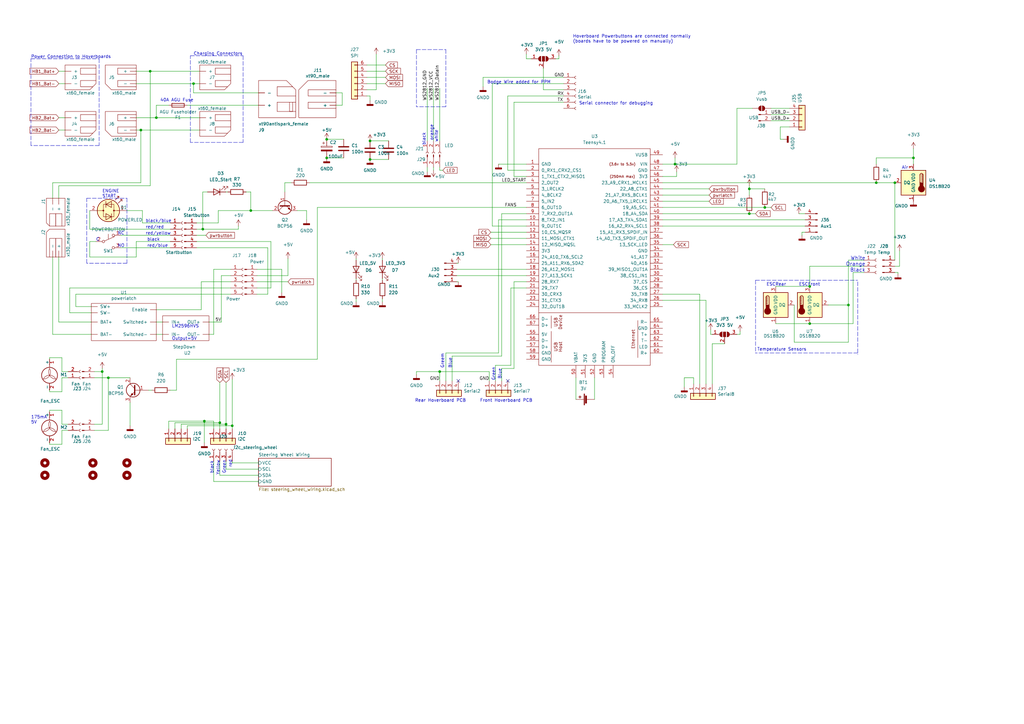
<source format=kicad_sch>
(kicad_sch
	(version 20231120)
	(generator "eeschema")
	(generator_version "8.0")
	(uuid "00e38d63-5436-49db-81f5-697421f168fc")
	(paper "A3")
	
	(junction
		(at 57.785 53.34)
		(diameter 0)
		(color 0 0 0 0)
		(uuid "051b8cb0-ae77-4e09-98a7-bf2103319e66")
	)
	(junction
		(at 41.91 152.4)
		(diameter 0)
		(color 0 0 0 0)
		(uuid "08d3dd73-6f4c-4fc2-8e37-f281b85fe0d4")
	)
	(junction
		(at 92.71 173.99)
		(diameter 0)
		(color 0 0 0 0)
		(uuid "0b10b5dd-1068-4091-bac0-79652863a01e")
	)
	(junction
		(at 79.375 34.29)
		(diameter 0)
		(color 0 0 0 0)
		(uuid "123968c6-74e7-4754-8c36-08ea08e42555")
	)
	(junction
		(at 367.03 74.93)
		(diameter 0)
		(color 0 0 0 0)
		(uuid "13c686e2-c0db-4808-91fc-09a512330a5d")
	)
	(junction
		(at 44.45 154.94)
		(diameter 0)
		(color 0 0 0 0)
		(uuid "17f40a5c-3441-49ae-8b83-88ce922d0e3d")
	)
	(junction
		(at 332.105 132.715)
		(diameter 0)
		(color 0 0 0 0)
		(uuid "1dcbe33f-cc83-406d-a028-85a460c31bac")
	)
	(junction
		(at 83.185 93.98)
		(diameter 0)
		(color 0 0 0 0)
		(uuid "2235841a-9c52-451a-9616-b84a520feeb5")
	)
	(junction
		(at 347.98 125.095)
		(diameter 0)
		(color 0 0 0 0)
		(uuid "30ff234b-df3a-42aa-bb37-f6ff7d49aec5")
	)
	(junction
		(at 180.34 152.4)
		(diameter 0)
		(color 0 0 0 0)
		(uuid "38f3170a-b54c-4011-af49-381b27b9e9bb")
	)
	(junction
		(at 151.765 57.785)
		(diameter 0)
		(color 0 0 0 0)
		(uuid "3a3e70b1-2cc8-4a66-89cd-35460ef8a407")
	)
	(junction
		(at 307.34 77.47)
		(diameter 0)
		(color 0 0 0 0)
		(uuid "491aa4a0-bd75-41a9-b432-7f6b372d01bf")
	)
	(junction
		(at 133.985 64.77)
		(diameter 0)
		(color 0 0 0 0)
		(uuid "5096b250-cff0-4068-b724-0f0e0414784d")
	)
	(junction
		(at 359.41 74.93)
		(diameter 0)
		(color 0 0 0 0)
		(uuid "61e65214-3ca1-4c81-a123-4b089368b63e")
	)
	(junction
		(at 313.69 85.09)
		(diameter 0)
		(color 0 0 0 0)
		(uuid "6718ba4d-08c9-4b14-9c3d-11686b888e41")
	)
	(junction
		(at 83.82 172.72)
		(diameter 0)
		(color 0 0 0 0)
		(uuid "69403c96-f918-448f-9931-0f743ebdeac3")
	)
	(junction
		(at 276.86 67.31)
		(diameter 0)
		(color 0 0 0 0)
		(uuid "6ee0cc52-61bb-4faa-b2c8-d972f1d2f606")
	)
	(junction
		(at 332.105 117.475)
		(diameter 0)
		(color 0 0 0 0)
		(uuid "6fb4cb96-e032-467f-b1ab-7c739561664d")
	)
	(junction
		(at 64.135 48.26)
		(diameter 0)
		(color 0 0 0 0)
		(uuid "79451892-db6b-4999-916d-6392174ee493")
	)
	(junction
		(at 133.985 57.15)
		(diameter 0)
		(color 0 0 0 0)
		(uuid "88d9f69e-d0e5-4bba-b2dc-36fd356eba4e")
	)
	(junction
		(at 102.87 86.36)
		(diameter 0)
		(color 0 0 0 0)
		(uuid "8e0c5536-8f0c-41c4-a920-c1fe2d0aeb28")
	)
	(junction
		(at 151.765 65.405)
		(diameter 0)
		(color 0 0 0 0)
		(uuid "9f171a87-ffde-46b1-b9bd-87ba6a6c823d")
	)
	(junction
		(at 95.25 174.625)
		(diameter 0)
		(color 0 0 0 0)
		(uuid "ae42da24-02f4-42e7-8f2c-3c1c04118f9b")
	)
	(junction
		(at 374.65 64.77)
		(diameter 0)
		(color 0 0 0 0)
		(uuid "afee429c-57d6-4a79-ae1a-86e58361ba9f")
	)
	(junction
		(at 307.34 87.63)
		(diameter 0)
		(color 0 0 0 0)
		(uuid "b0f0ff58-8e70-44ba-af15-fb73a5def2f9")
	)
	(junction
		(at 90.17 173.355)
		(diameter 0)
		(color 0 0 0 0)
		(uuid "e6bbf99a-2bfc-49bf-a0f1-56b03ff0b655")
	)
	(junction
		(at 61.595 29.21)
		(diameter 0)
		(color 0 0 0 0)
		(uuid "fad4c712-0a2e-465d-a9f8-83d26bd66e37")
	)
	(no_connect
		(at 208.28 156.21)
		(uuid "57276367-9ce4-4738-88d7-6e8cb94c966c")
	)
	(no_connect
		(at 187.96 156.21)
		(uuid "72b36951-3ec7-4569-9c88-cf9b4afe1cae")
	)
	(wire
		(pts
			(xy 66.675 132.08) (xy 64.135 132.08)
		)
		(stroke
			(width 0)
			(type default)
		)
		(uuid "009b5465-0a65-4237-93e7-eb65321eeb18")
	)
	(wire
		(pts
			(xy 209.55 118.11) (xy 215.9 118.11)
		)
		(stroke
			(width 0)
			(type default)
		)
		(uuid "012449ca-e035-4431-bba7-b7e11af64b21")
	)
	(wire
		(pts
			(xy 57.785 53.34) (xy 57.785 74.93)
		)
		(stroke
			(width 0)
			(type default)
		)
		(uuid "02538207-54a8-4266-8d51-23871852b2ff")
	)
	(wire
		(pts
			(xy 291.465 137.16) (xy 292.1 137.16)
		)
		(stroke
			(width 0)
			(type default)
		)
		(uuid "0337e135-f3b5-4e41-85e1-fcc7d4d06ef3")
	)
	(wire
		(pts
			(xy 151.765 65.405) (xy 159.385 65.405)
		)
		(stroke
			(width 0)
			(type default)
		)
		(uuid "046aff1b-63dd-4fa2-ad6b-a0c87f57f7dd")
	)
	(wire
		(pts
			(xy 140.335 43.18) (xy 137.795 43.18)
		)
		(stroke
			(width 0)
			(type default)
		)
		(uuid "04cf2f2c-74bf-400d-b4f6-201720df00ed")
	)
	(wire
		(pts
			(xy 180.34 69.85) (xy 180.34 68.58)
		)
		(stroke
			(width 0)
			(type default)
		)
		(uuid "07c85266-e742-45aa-9c3b-788d2e43ec5d")
	)
	(wire
		(pts
			(xy 64.135 43.18) (xy 64.135 48.26)
		)
		(stroke
			(width 0)
			(type default)
		)
		(uuid "083becc8-e25d-4206-9636-55457650bbe3")
	)
	(polyline
		(pts
			(xy 309.88 114.935) (xy 309.88 144.78)
		)
		(stroke
			(width 0)
			(type dash)
		)
		(uuid "09e06fde-36b0-4ab7-b996-d98c02ce3f76")
	)
	(wire
		(pts
			(xy 150.495 39.37) (xy 151.765 39.37)
		)
		(stroke
			(width 0)
			(type default)
		)
		(uuid "09ec5a1f-8168-4109-a329-ef099cef6d16")
	)
	(wire
		(pts
			(xy 83.82 172.72) (xy 69.215 172.72)
		)
		(stroke
			(width 0)
			(type default)
		)
		(uuid "0a177102-b386-476a-bb78-cfa41e5981d4")
	)
	(wire
		(pts
			(xy 133.985 64.77) (xy 140.97 64.77)
		)
		(stroke
			(width 0)
			(type default)
		)
		(uuid "0a265115-6c7a-45ab-97a3-c695e3ee67d2")
	)
	(polyline
		(pts
			(xy 12.7 59.69) (xy 12.7 24.13)
		)
		(stroke
			(width 0)
			(type dash)
		)
		(uuid "0b4c0f05-c855-4742-bad2-dbf645d5842b")
	)
	(wire
		(pts
			(xy 215.9 24.13) (xy 217.805 24.13)
		)
		(stroke
			(width 0)
			(type default)
		)
		(uuid "0b759eb5-2b5d-497b-bde5-ba020c43a39d")
	)
	(wire
		(pts
			(xy 271.78 67.31) (xy 276.86 67.31)
		)
		(stroke
			(width 0)
			(type default)
		)
		(uuid "0bf9b321-fb4d-49fd-9592-7ab5a99eb177")
	)
	(wire
		(pts
			(xy 90.17 156.845) (xy 90.17 173.355)
		)
		(stroke
			(width 0)
			(type default)
		)
		(uuid "0cc9bf07-55b9-458f-b8aa-41b2f51fa940")
	)
	(wire
		(pts
			(xy 92.71 156.845) (xy 92.71 173.99)
		)
		(stroke
			(width 0)
			(type default)
		)
		(uuid "0d5b0f48-7e11-42a1-aa49-31f1b69cb91d")
	)
	(wire
		(pts
			(xy 150.495 31.75) (xy 158.115 31.75)
		)
		(stroke
			(width 0)
			(type default)
		)
		(uuid "0e78b584-2869-48ac-b293-95bd208efc94")
	)
	(wire
		(pts
			(xy 31.115 120.65) (xy 31.115 125.73)
		)
		(stroke
			(width 0)
			(type default)
		)
		(uuid "0f6a1023-ed00-4bd6-afef-ff227538c5e3")
	)
	(wire
		(pts
			(xy 177.8 36.195) (xy 177.8 57.785)
		)
		(stroke
			(width 0)
			(type default)
		)
		(uuid "11274c77-8dea-42af-9338-4bcf2f325c89")
	)
	(wire
		(pts
			(xy 82.55 127) (xy 82.55 115.57)
		)
		(stroke
			(width 0)
			(type default)
		)
		(uuid "1136c54b-6feb-40f7-ae6a-0f9521f82981")
	)
	(wire
		(pts
			(xy 37.465 125.73) (xy 31.115 125.73)
		)
		(stroke
			(width 0)
			(type default)
		)
		(uuid "1199146e-a60b-416a-b503-e77d6d2892f9")
	)
	(wire
		(pts
			(xy 21.59 137.16) (xy 21.59 105.41)
		)
		(stroke
			(width 0)
			(type default)
		)
		(uuid "12a24e86-2c38-4685-bba9-fff8dddb4cb0")
	)
	(wire
		(pts
			(xy 26.67 53.34) (xy 24.13 53.34)
		)
		(stroke
			(width 0)
			(type default)
		)
		(uuid "12c8f4c9-cb79-4390-b96c-a717c693de17")
	)
	(wire
		(pts
			(xy 24.13 48.26) (xy 26.67 48.26)
		)
		(stroke
			(width 0)
			(type default)
		)
		(uuid "12f8e43c-8f83-48d3-a9b5-5f3ebc0b6c43")
	)
	(wire
		(pts
			(xy 349.885 111.76) (xy 354.33 111.76)
		)
		(stroke
			(width 0)
			(type default)
		)
		(uuid "13786dec-2489-4053-b561-88e4a3312eb2")
	)
	(wire
		(pts
			(xy 316.23 44.45) (xy 323.85 44.45)
		)
		(stroke
			(width 0)
			(type default)
		)
		(uuid "152f228d-6758-4b22-9827-c17006c80350")
	)
	(wire
		(pts
			(xy 20.32 146.685) (xy 25.4 146.685)
		)
		(stroke
			(width 0)
			(type default)
		)
		(uuid "1542b558-bfe7-4e44-b051-52e954f089c4")
	)
	(polyline
		(pts
			(xy 351.79 144.78) (xy 309.88 144.78)
		)
		(stroke
			(width 0)
			(type dash)
		)
		(uuid "1570d25c-8719-49ce-9fd6-6144a7fe414f")
	)
	(wire
		(pts
			(xy 243.84 154.94) (xy 243.84 163.83)
		)
		(stroke
			(width 0)
			(type default)
		)
		(uuid "171ac760-a511-466f-8910-fb69c68fa937")
	)
	(wire
		(pts
			(xy 61.595 29.21) (xy 61.595 76.2)
		)
		(stroke
			(width 0)
			(type default)
		)
		(uuid "17ed3508-fa2e-4593-a799-bfd39a6cc14d")
	)
	(wire
		(pts
			(xy 127 74.93) (xy 215.9 74.93)
		)
		(stroke
			(width 0)
			(type default)
		)
		(uuid "181e9518-7706-4189-a885-5e6e3aee3bb9")
	)
	(wire
		(pts
			(xy 83.185 93.98) (xy 83.185 78.74)
		)
		(stroke
			(width 0)
			(type default)
		)
		(uuid "1df9a412-b56c-4e84-b38b-6a4bc05a97be")
	)
	(wire
		(pts
			(xy 38.735 173.99) (xy 41.91 173.99)
		)
		(stroke
			(width 0)
			(type default)
		)
		(uuid "1e6a20ef-296c-4f96-9891-ff8455ce839d")
	)
	(wire
		(pts
			(xy 25.4 182.245) (xy 20.32 182.245)
		)
		(stroke
			(width 0)
			(type default)
		)
		(uuid "1f97d1e3-c5f6-4344-9fb6-6c723b7697fa")
	)
	(polyline
		(pts
			(xy 52.07 81.28) (xy 52.07 107.95)
		)
		(stroke
			(width 0)
			(type dash)
		)
		(uuid "1fbb0219-551e-409b-a61b-76e8cebdfb9d")
	)
	(wire
		(pts
			(xy 347.98 106.68) (xy 347.98 125.095)
		)
		(stroke
			(width 0)
			(type default)
		)
		(uuid "20c35e19-7499-4a32-968e-c106eec1aefe")
	)
	(wire
		(pts
			(xy 69.215 172.72) (xy 69.215 175.895)
		)
		(stroke
			(width 0)
			(type default)
		)
		(uuid "25531609-ada1-438f-9524-2d6b2aacec2a")
	)
	(wire
		(pts
			(xy 20.32 168.275) (xy 25.4 168.275)
		)
		(stroke
			(width 0)
			(type default)
		)
		(uuid "26301722-d82d-4669-b21f-04874a1fbca3")
	)
	(wire
		(pts
			(xy 146.05 106.045) (xy 146.05 106.68)
		)
		(stroke
			(width 0)
			(type default)
		)
		(uuid "26a5e061-05bb-41a8-bc7a-df1564b11e90")
	)
	(wire
		(pts
			(xy 130.175 85.09) (xy 215.9 85.09)
		)
		(stroke
			(width 0)
			(type default)
		)
		(uuid "2762442d-9432-4074-b79b-8eeab3eaf9a7")
	)
	(polyline
		(pts
			(xy 40.64 24.13) (xy 40.64 59.69)
		)
		(stroke
			(width 0)
			(type dash)
		)
		(uuid "282c8e53-3acc-42f0-a92a-6aa976b97a93")
	)
	(wire
		(pts
			(xy 137.795 38.1) (xy 140.335 38.1)
		)
		(stroke
			(width 0)
			(type default)
		)
		(uuid "2878a73c-5447-4cd9-8194-14f52ab9459c")
	)
	(wire
		(pts
			(xy 89.535 86.36) (xy 102.87 86.36)
		)
		(stroke
			(width 0)
			(type default)
		)
		(uuid "28e146f5-f85f-47b5-94b5-a67c33d23635")
	)
	(wire
		(pts
			(xy 154.305 36.83) (xy 150.495 36.83)
		)
		(stroke
			(width 0)
			(type default)
		)
		(uuid "2ba9fb94-a1fa-486c-8933-fbe2803c354e")
	)
	(wire
		(pts
			(xy 72.39 160.02) (xy 69.85 160.02)
		)
		(stroke
			(width 0)
			(type default)
		)
		(uuid "2d84a257-2801-4282-83f8-8a08920949d3")
	)
	(wire
		(pts
			(xy 87.63 197.485) (xy 106.045 197.485)
		)
		(stroke
			(width 0)
			(type default)
		)
		(uuid "2dedad72-81da-422a-b7ec-330645064577")
	)
	(wire
		(pts
			(xy 55.88 99.06) (xy 55.88 105.41)
		)
		(stroke
			(width 0)
			(type default)
		)
		(uuid "2fd044b6-377e-455f-89e0-f4f69a117f77")
	)
	(wire
		(pts
			(xy 154.305 22.225) (xy 154.305 36.83)
		)
		(stroke
			(width 0)
			(type default)
		)
		(uuid "3017e6b7-2d49-4427-9dc1-83cc27ee24a4")
	)
	(wire
		(pts
			(xy 180.34 152.4) (xy 180.34 156.21)
		)
		(stroke
			(width 0)
			(type default)
		)
		(uuid "30c33e3e-fb78-498d-bffe-76273d527004")
	)
	(wire
		(pts
			(xy 198.12 31.75) (xy 198.12 35.56)
		)
		(stroke
			(width 0)
			(type default)
		)
		(uuid "322a7fce-26c4-4bb5-ba5a-1688f26585cf")
	)
	(wire
		(pts
			(xy 20.32 168.91) (xy 20.32 168.275)
		)
		(stroke
			(width 0)
			(type default)
		)
		(uuid "33072d10-86aa-4a72-9898-01c2c9b5842e")
	)
	(wire
		(pts
			(xy 347.98 140.335) (xy 347.98 125.095)
		)
		(stroke
			(width 0)
			(type default)
		)
		(uuid "33aa439f-8f27-4c20-8909-3dc70d367c43")
	)
	(wire
		(pts
			(xy 332.105 132.715) (xy 349.885 132.715)
		)
		(stroke
			(width 0)
			(type default)
		)
		(uuid "33e2f234-7e68-4c90-b3d3-06c043b0935f")
	)
	(wire
		(pts
			(xy 27.94 176.53) (xy 25.4 176.53)
		)
		(stroke
			(width 0)
			(type default)
		)
		(uuid "34e399b2-48be-42f9-842e-e3b66c7c06bb")
	)
	(wire
		(pts
			(xy 209.55 149.86) (xy 203.2 149.86)
		)
		(stroke
			(width 0)
			(type default)
		)
		(uuid "34eb38bf-2fc7-4a28-893e-3d3609a85d23")
	)
	(wire
		(pts
			(xy 41.91 151.13) (xy 41.91 152.4)
		)
		(stroke
			(width 0)
			(type default)
		)
		(uuid "35a7735a-ee25-458f-bb48-cd448dcda5d3")
	)
	(wire
		(pts
			(xy 57.785 53.34) (xy 81.915 53.34)
		)
		(stroke
			(width 0)
			(type default)
		)
		(uuid "35c09d1f-2914-4d1e-a002-df30af772f3b")
	)
	(wire
		(pts
			(xy 24.13 76.2) (xy 24.13 81.28)
		)
		(stroke
			(width 0)
			(type default)
		)
		(uuid "35ef9c4a-35f6-467b-a704-b1d9354880cf")
	)
	(wire
		(pts
			(xy 205.74 156.21) (xy 205.74 151.13)
		)
		(stroke
			(width 0)
			(type default)
		)
		(uuid "36ecbda1-f753-44e8-9b94-b54819f7ef15")
	)
	(polyline
		(pts
			(xy 182.88 43.815) (xy 170.815 43.815)
		)
		(stroke
			(width 0)
			(type dash)
		)
		(uuid "374316c4-15a5-4072-bc2a-06291d270741")
	)
	(wire
		(pts
			(xy 316.23 49.53) (xy 323.85 49.53)
		)
		(stroke
			(width 0)
			(type default)
		)
		(uuid "377075d2-fda4-48bc-8c81-d9f88210845e")
	)
	(wire
		(pts
			(xy 25.4 154.94) (xy 25.4 160.655)
		)
		(stroke
			(width 0)
			(type default)
		)
		(uuid "39ae077c-5133-4896-9953-71244e980cb5")
	)
	(wire
		(pts
			(xy 354.33 106.68) (xy 347.98 106.68)
		)
		(stroke
			(width 0)
			(type default)
		)
		(uuid "3aa28a58-d2d7-4f0a-91cb-81d577d309f4")
	)
	(wire
		(pts
			(xy 38.735 154.94) (xy 44.45 154.94)
		)
		(stroke
			(width 0)
			(type default)
		)
		(uuid "3bc3df81-b30e-4a41-a38c-bca401c1fdb4")
	)
	(wire
		(pts
			(xy 94.615 120.65) (xy 31.115 120.65)
		)
		(stroke
			(width 0)
			(type default)
		)
		(uuid "3bdb6e74-df98-4382-9a1e-8b7b42de8b63")
	)
	(wire
		(pts
			(xy 24.13 132.08) (xy 37.465 132.08)
		)
		(stroke
			(width 0)
			(type default)
		)
		(uuid "3e0392c0-affc-4114-9de5-1f1cfe79418a")
	)
	(wire
		(pts
			(xy 76.835 43.18) (xy 106.045 43.18)
		)
		(stroke
			(width 0)
			(type default)
		)
		(uuid "3e3d55c8-e0ea-48fb-8421-a84b7cb7055b")
	)
	(wire
		(pts
			(xy 95.25 189.865) (xy 106.045 189.865)
		)
		(stroke
			(width 0)
			(type default)
		)
		(uuid "3e585ce6-ffe4-401c-995c-ba0fb6462563")
	)
	(wire
		(pts
			(xy 87.63 197.485) (xy 87.63 189.23)
		)
		(stroke
			(width 0)
			(type default)
		)
		(uuid "4063c2e6-8261-47a4-afbb-00437840fe26")
	)
	(wire
		(pts
			(xy 292.1 140.97) (xy 297.18 140.97)
		)
		(stroke
			(width 0)
			(type default)
		)
		(uuid "416b293b-f69f-4a4d-afb2-5ec85e49494d")
	)
	(wire
		(pts
			(xy 61.595 29.21) (xy 81.915 29.21)
		)
		(stroke
			(width 0)
			(type default)
		)
		(uuid "422b10b9-e829-44a2-8808-05edd8cb3050")
	)
	(wire
		(pts
			(xy 92.71 173.99) (xy 74.295 173.99)
		)
		(stroke
			(width 0)
			(type default)
		)
		(uuid "4254ab22-9d9b-4884-a1f8-0bb4242f8894")
	)
	(wire
		(pts
			(xy 276.86 67.31) (xy 276.86 64.77)
		)
		(stroke
			(width 0)
			(type default)
		)
		(uuid "44a31d09-65ce-45e2-98f9-0649161b54b4")
	)
	(wire
		(pts
			(xy 187.96 107.95) (xy 187.325 107.95)
		)
		(stroke
			(width 0)
			(type default)
		)
		(uuid "469e3ced-fa71-45f7-a6a0-be05c61f7b6e")
	)
	(wire
		(pts
			(xy 25.4 168.275) (xy 25.4 173.99)
		)
		(stroke
			(width 0)
			(type default)
		)
		(uuid "46fa1be4-d517-4eaf-a68b-dce661fc076c")
	)
	(wire
		(pts
			(xy 374.65 64.77) (xy 374.65 67.31)
		)
		(stroke
			(width 0)
			(type default)
		)
		(uuid "4750ed44-deca-47cb-a341-c12fc880787c")
	)
	(wire
		(pts
			(xy 79.375 38.1) (xy 79.375 34.29)
		)
		(stroke
			(width 0)
			(type default)
		)
		(uuid "475ed8b3-90bf-48cd-bce5-d8f48b689541")
	)
	(wire
		(pts
			(xy 323.85 52.07) (xy 320.04 52.07)
		)
		(stroke
			(width 0)
			(type default)
		)
		(uuid "47d5879e-6a79-429e-98ab-e86a71cb2a96")
	)
	(wire
		(pts
			(xy 156.845 114.3) (xy 156.845 114.935)
		)
		(stroke
			(width 0)
			(type default)
		)
		(uuid "489dbc75-626f-4f7d-a79e-4718b12503a5")
	)
	(polyline
		(pts
			(xy 309.88 114.935) (xy 351.79 114.935)
		)
		(stroke
			(width 0)
			(type dash)
		)
		(uuid "48e63767-c45b-4543-b818-8f00f0600bf9")
	)
	(wire
		(pts
			(xy 205.74 146.05) (xy 205.74 87.63)
		)
		(stroke
			(width 0)
			(type default)
		)
		(uuid "49df14a4-9231-4e0c-8be6-325780f5026d")
	)
	(wire
		(pts
			(xy 133.985 57.15) (xy 140.97 57.15)
		)
		(stroke
			(width 0)
			(type default)
		)
		(uuid "49efe05d-ee93-4a15-b852-734325ebf0af")
	)
	(wire
		(pts
			(xy 89.535 91.44) (xy 89.535 86.36)
		)
		(stroke
			(width 0)
			(type default)
		)
		(uuid "4abd83b2-2075-4fec-a627-5a1558b56d3f")
	)
	(wire
		(pts
			(xy 307.34 87.63) (xy 309.88 87.63)
		)
		(stroke
			(width 0)
			(type default)
		)
		(uuid "4bcbd014-3a02-4ae0-8600-940a4b84d1cb")
	)
	(wire
		(pts
			(xy 185.42 156.21) (xy 185.42 146.05)
		)
		(stroke
			(width 0)
			(type default)
		)
		(uuid "4c843bdb-6c9e-40dd-85e2-0567846e18ba")
	)
	(wire
		(pts
			(xy 307.34 77.47) (xy 307.34 80.01)
		)
		(stroke
			(width 0)
			(type default)
		)
		(uuid "4caf3f28-fdef-4bb6-9ef1-b05fcb6a9cc7")
	)
	(wire
		(pts
			(xy 368.935 102.87) (xy 368.935 109.22)
		)
		(stroke
			(width 0)
			(type default)
		)
		(uuid "4cd66851-08f4-4acb-9fff-9781de2b31d6")
	)
	(wire
		(pts
			(xy 332.105 109.22) (xy 332.105 117.475)
		)
		(stroke
			(width 0)
			(type default)
		)
		(uuid "4f7c7ee0-aecc-4a3e-93eb-625bf8325b8f")
	)
	(wire
		(pts
			(xy 83.185 93.98) (xy 97.79 93.98)
		)
		(stroke
			(width 0)
			(type default)
		)
		(uuid "50208326-4c3d-4fc0-b1bc-7c7f78e47333")
	)
	(wire
		(pts
			(xy 90.17 173.355) (xy 90.17 175.895)
		)
		(stroke
			(width 0)
			(type default)
		)
		(uuid "50511df0-cbe7-4439-9e9c-f26e04b637db")
	)
	(wire
		(pts
			(xy 303.53 135.89) (xy 303.53 137.16)
		)
		(stroke
			(width 0)
			(type default)
		)
		(uuid "51cd4b7a-f1e2-47b7-89da-e68317a010af")
	)
	(wire
		(pts
			(xy 271.78 100.33) (xy 276.225 100.33)
		)
		(stroke
			(width 0)
			(type default)
		)
		(uuid "52703b70-40ed-4524-896c-4f29b49e5f4c")
	)
	(wire
		(pts
			(xy 36.83 93.98) (xy 36.83 86.36)
		)
		(stroke
			(width 0)
			(type default)
		)
		(uuid "53e34696-241f-47e5-a477-f469335c8a61")
	)
	(wire
		(pts
			(xy 58.42 91.44) (xy 69.85 91.44)
		)
		(stroke
			(width 0)
			(type default)
		)
		(uuid "547eeec1-a95c-431b-95a4-2ff936d52170")
	)
	(wire
		(pts
			(xy 119.38 74.93) (xy 116.84 74.93)
		)
		(stroke
			(width 0)
			(type default)
		)
		(uuid "54dfed87-fbe5-47ab-b620-2d6ba5ea0bcb")
	)
	(wire
		(pts
			(xy 280.67 154.94) (xy 284.48 154.94)
		)
		(stroke
			(width 0)
			(type default)
		)
		(uuid "54ff2b74-a097-4453-8324-77a7f0da32d4")
	)
	(wire
		(pts
			(xy 359.41 64.77) (xy 359.41 67.31)
		)
		(stroke
			(width 0)
			(type default)
		)
		(uuid "55771e66-3424-4e65-8c80-ebe3458d7f65")
	)
	(wire
		(pts
			(xy 87.63 172.72) (xy 83.82 172.72)
		)
		(stroke
			(width 0)
			(type default)
		)
		(uuid "55c7ef39-b251-4a11-94d4-60a109929c6f")
	)
	(wire
		(pts
			(xy 271.78 120.65) (xy 287.02 120.65)
		)
		(stroke
			(width 0)
			(type default)
		)
		(uuid "562f5eba-e575-42fa-917e-5433ec2c0cbc")
	)
	(wire
		(pts
			(xy 105.41 118.11) (xy 111.125 118.11)
		)
		(stroke
			(width 0)
			(type default)
		)
		(uuid "56e486f5-556e-4d8e-a75a-487ed98d2e59")
	)
	(wire
		(pts
			(xy 200.66 152.4) (xy 200.66 156.21)
		)
		(stroke
			(width 0)
			(type default)
		)
		(uuid "58d71c09-ba53-43d7-9fc9-7054806963d2")
	)
	(wire
		(pts
			(xy 177.8 68.58) (xy 177.8 69.85)
		)
		(stroke
			(width 0)
			(type default)
		)
		(uuid "58dfd4b5-1213-4f4d-8f38-79c6f352f825")
	)
	(wire
		(pts
			(xy 36.83 99.06) (xy 36.83 105.41)
		)
		(stroke
			(width 0)
			(type default)
		)
		(uuid "58e8a243-dbf1-46ec-a9ca-62db6c046a4b")
	)
	(polyline
		(pts
			(xy 182.88 20.32) (xy 182.88 43.815)
		)
		(stroke
			(width 0)
			(type dash)
		)
		(uuid "59066bb7-c104-449a-a331-bd2de5193eeb")
	)
	(wire
		(pts
			(xy 284.48 154.94) (xy 284.48 157.48)
		)
		(stroke
			(width 0)
			(type default)
		)
		(uuid "599e77ee-1933-4be7-bc86-05c7e9cc20c6")
	)
	(wire
		(pts
			(xy 94.615 118.11) (xy 28.575 118.11)
		)
		(stroke
			(width 0)
			(type default)
		)
		(uuid "5a040418-8644-4cf8-9de0-ba3624649e9e")
	)
	(wire
		(pts
			(xy 116.84 74.93) (xy 116.84 78.74)
		)
		(stroke
			(width 0)
			(type default)
		)
		(uuid "5a1c01fb-cf82-4e17-9a62-00e0a3adba47")
	)
	(wire
		(pts
			(xy 94.615 113.03) (xy 90.805 113.03)
		)
		(stroke
			(width 0)
			(type default)
		)
		(uuid "5b15d041-2d51-4c90-8164-397806011835")
	)
	(wire
		(pts
			(xy 187.96 115.57) (xy 187.325 115.57)
		)
		(stroke
			(width 0)
			(type default)
		)
		(uuid "5b7729b0-f65f-4a87-acb8-ccc12b4f51f9")
	)
	(wire
		(pts
			(xy 95.25 174.625) (xy 95.25 175.895)
		)
		(stroke
			(width 0)
			(type default)
		)
		(uuid "5c3c20ac-7d6a-4a6a-8d79-b176608d957f")
	)
	(wire
		(pts
			(xy 339.725 125.095) (xy 347.98 125.095)
		)
		(stroke
			(width 0)
			(type default)
		)
		(uuid "5d0d6a13-8484-4646-bacd-2fbc9cb5413d")
	)
	(wire
		(pts
			(xy 76.835 175.895) (xy 76.835 174.625)
		)
		(stroke
			(width 0)
			(type default)
		)
		(uuid "5dba2df1-c0a7-451c-ad63-7260d7b1f5a8")
	)
	(wire
		(pts
			(xy 307.34 76.2) (xy 307.34 77.47)
		)
		(stroke
			(width 0)
			(type default)
		)
		(uuid "5e5022ae-f20b-4479-bb40-28803eeea8c2")
	)
	(wire
		(pts
			(xy 55.88 29.21) (xy 61.595 29.21)
		)
		(stroke
			(width 0)
			(type default)
		)
		(uuid "5f312b85-6822-40a3-b417-2df49696ca2d")
	)
	(wire
		(pts
			(xy 24.13 29.21) (xy 26.67 29.21)
		)
		(stroke
			(width 0)
			(type default)
		)
		(uuid "5f38bdb2-3657-474e-8e86-d6bb0b298110")
	)
	(wire
		(pts
			(xy 74.295 173.99) (xy 74.295 175.895)
		)
		(stroke
			(width 0)
			(type default)
		)
		(uuid "6064ea35-013e-4b86-a6c4-39586d23a64c")
	)
	(wire
		(pts
			(xy 198.12 31.75) (xy 231.14 31.75)
		)
		(stroke
			(width 0)
			(type default)
		)
		(uuid "6202b522-e646-49af-83e4-b5d7844d80bd")
	)
	(wire
		(pts
			(xy 25.4 146.685) (xy 25.4 152.4)
		)
		(stroke
			(width 0)
			(type default)
		)
		(uuid "62880b37-7f4d-4027-be35-87ea11b9bfce")
	)
	(wire
		(pts
			(xy 115.57 120.015) (xy 115.57 110.49)
		)
		(stroke
			(width 0)
			(type default)
		)
		(uuid "62a6d334-f451-48c1-bbb3-2e2aacab4352")
	)
	(wire
		(pts
			(xy 25.4 173.99) (xy 27.94 173.99)
		)
		(stroke
			(width 0)
			(type default)
		)
		(uuid "62c26a31-4bf5-4a49-846e-2a9deae7bdd9")
	)
	(wire
		(pts
			(xy 208.28 69.85) (xy 208.28 39.37)
		)
		(stroke
			(width 0)
			(type default)
		)
		(uuid "63884a0c-3153-4b16-b576-b3d0570549ad")
	)
	(wire
		(pts
			(xy 130.175 85.09) (xy 130.175 147.32)
		)
		(stroke
			(width 0)
			(type default)
		)
		(uuid "649506bc-e737-4d40-826c-c9ae6cf7999f")
	)
	(wire
		(pts
			(xy 204.47 90.17) (xy 204.47 144.78)
		)
		(stroke
			(width 0)
			(type default)
		)
		(uuid "64a82c13-23a0-425e-9d2f-c51801b5f76e")
	)
	(wire
		(pts
			(xy 37.465 137.16) (xy 21.59 137.16)
		)
		(stroke
			(width 0)
			(type default)
		)
		(uuid "6513181c-0a6a-4560-9a18-17450c36ae2a")
	)
	(wire
		(pts
			(xy 38.735 176.53) (xy 44.45 176.53)
		)
		(stroke
			(width 0)
			(type default)
		)
		(uuid "655a4dd6-df89-48f2-a803-643990d058bd")
	)
	(wire
		(pts
			(xy 208.28 39.37) (xy 231.14 39.37)
		)
		(stroke
			(width 0)
			(type default)
		)
		(uuid "65b9a046-bb8f-42cd-b846-d3362b0ef51f")
	)
	(wire
		(pts
			(xy 83.185 78.74) (xy 85.09 78.74)
		)
		(stroke
			(width 0)
			(type default)
		)
		(uuid "663cc588-2ea2-4d16-b91f-ff54db2ba726")
	)
	(wire
		(pts
			(xy 170.815 152.4) (xy 180.34 152.4)
		)
		(stroke
			(width 0)
			(type default)
		)
		(uuid "68422ffc-83e4-42e5-b1dc-f3b10be98daf")
	)
	(polyline
		(pts
			(xy 170.815 20.32) (xy 182.88 20.32)
		)
		(stroke
			(width 0)
			(type dash)
		)
		(uuid "6994715a-fbff-431c-b736-e87cb0a095c3")
	)
	(wire
		(pts
			(xy 187.325 113.03) (xy 215.9 113.03)
		)
		(stroke
			(width 0)
			(type default)
		)
		(uuid "6ac108b8-87ca-4878-86f3-b3931e823252")
	)
	(wire
		(pts
			(xy 151.765 39.37) (xy 151.765 41.275)
		)
		(stroke
			(width 0)
			(type default)
		)
		(uuid "6bb2c937-e8ff-43d0-9b06-456594eb25e9")
	)
	(wire
		(pts
			(xy 36.83 99.06) (xy 39.37 99.06)
		)
		(stroke
			(width 0)
			(type default)
		)
		(uuid "6bd115d6-07e0-45db-8f2e-3cbb0429104f")
	)
	(wire
		(pts
			(xy 125.73 86.36) (xy 125.73 90.17)
		)
		(stroke
			(width 0)
			(type default)
		)
		(uuid "6cb93665-0bcd-4104-8633-fffd1811eee0")
	)
	(wire
		(pts
			(xy 204.47 67.31) (xy 215.9 67.31)
		)
		(stroke
			(width 0)
			(type default)
		)
		(uuid "6d660d44-2237-493b-a881-7e0ebb385c2c")
	)
	(wire
		(pts
			(xy 115.57 110.49) (xy 105.41 110.49)
		)
		(stroke
			(width 0)
			(type default)
		)
		(uuid "6fb78646-375d-4e04-bdf3-192bdf9fa3e4")
	)
	(wire
		(pts
			(xy 182.88 156.21) (xy 182.88 144.78)
		)
		(stroke
			(width 0)
			(type default)
		)
		(uuid "6ffdf05e-e119-49f9-85e9-13e4901df42a")
	)
	(wire
		(pts
			(xy 20.32 160.655) (xy 20.32 160.02)
		)
		(stroke
			(width 0)
			(type default)
		)
		(uuid "707520b4-cacf-45dc-bb64-b15608f9208f")
	)
	(wire
		(pts
			(xy 38.735 152.4) (xy 41.91 152.4)
		)
		(stroke
			(width 0)
			(type default)
		)
		(uuid "716ce140-e601-44e8-935e-856b42be6077")
	)
	(wire
		(pts
			(xy 69.215 43.18) (xy 64.135 43.18)
		)
		(stroke
			(width 0)
			(type default)
		)
		(uuid "725cdf26-4b92-46db-bca9-10d930002dda")
	)
	(wire
		(pts
			(xy 80.645 101.6) (xy 109.855 101.6)
		)
		(stroke
			(width 0)
			(type default)
		)
		(uuid "72c5b5dc-7d0c-4e1d-aa45-7f2d6eeb3e27")
	)
	(wire
		(pts
			(xy 95.25 189.865) (xy 95.25 189.23)
		)
		(stroke
			(width 0)
			(type default)
		)
		(uuid "72c703a9-f76e-4ccd-a5d4-19a0d1bf59d1")
	)
	(wire
		(pts
			(xy 302.26 44.45) (xy 308.61 44.45)
		)
		(stroke
			(width 0)
			(type default)
		)
		(uuid "74c350c0-100b-4dac-8ae6-b766abd67e3e")
	)
	(wire
		(pts
			(xy 271.78 123.19) (xy 289.56 123.19)
		)
		(stroke
			(width 0)
			(type default)
		)
		(uuid "7501aef6-0880-4f4f-9852-dee6a9141968")
	)
	(wire
		(pts
			(xy 277.495 72.39) (xy 277.495 70.485)
		)
		(stroke
			(width 0)
			(type default)
		)
		(uuid "76be6751-4c3d-40e9-9d65-cc3fe679deae")
	)
	(wire
		(pts
			(xy 325.755 125.095) (xy 325.755 140.335)
		)
		(stroke
			(width 0)
			(type default)
		)
		(uuid "76dfc600-0790-43a0-9bc4-d0e98f5de9c1")
	)
	(wire
		(pts
			(xy 20.32 160.655) (xy 25.4 160.655)
		)
		(stroke
			(width 0)
			(type default)
		)
		(uuid "782ab777-440f-4045-a4c0-f73ddee70716")
	)
	(wire
		(pts
			(xy 118.11 113.03) (xy 105.41 113.03)
		)
		(stroke
			(width 0)
			(type default)
		)
		(uuid "78fc26a2-c6aa-4020-b71c-d7cbb33d50cf")
	)
	(wire
		(pts
			(xy 303.53 137.16) (xy 302.26 137.16)
		)
		(stroke
			(width 0)
			(type default)
		)
		(uuid "7a7681c1-80a0-4782-a422-ecbc063d0c5c")
	)
	(wire
		(pts
			(xy 64.135 48.26) (xy 81.915 48.26)
		)
		(stroke
			(width 0)
			(type default)
		)
		(uuid "7acd513a-187b-4936-9f93-2e521ce33ad5")
	)
	(wire
		(pts
			(xy 316.23 46.99) (xy 323.85 46.99)
		)
		(stroke
			(width 0)
			(type default)
		)
		(uuid "7b3ce65f-b1f1-4187-ba26-1cff437f4e77")
	)
	(polyline
		(pts
			(xy 52.07 107.95) (xy 35.56 107.95)
		)
		(stroke
			(width 0)
			(type dash)
		)
		(uuid "7bfba61b-6752-4a45-9ee6-5984dcb15041")
	)
	(wire
		(pts
			(xy 271.78 80.01) (xy 290.83 80.01)
		)
		(stroke
			(width 0)
			(type default)
		)
		(uuid "7c68dd7b-de2e-4c68-81f3-c59c3a9eb36f")
	)
	(wire
		(pts
			(xy 320.04 52.07) (xy 320.04 57.15)
		)
		(stroke
			(width 0)
			(type default)
		)
		(uuid "7d0e32da-cc71-4968-9f7c-259831a01a02")
	)
	(wire
		(pts
			(xy 82.55 115.57) (xy 94.615 115.57)
		)
		(stroke
			(width 0)
			(type default)
		)
		(uuid "7dfa12dd-0cd0-4759-964c-4ba3aef8bb58")
	)
	(wire
		(pts
			(xy 175.26 68.58) (xy 175.26 70.485)
		)
		(stroke
			(width 0)
			(type default)
		)
		(uuid "7f1579b0-7b58-4eea-a427-d38d2582d3aa")
	)
	(wire
		(pts
			(xy 60.96 160.02) (xy 62.23 160.02)
		)
		(stroke
			(width 0)
			(type default)
		)
		(uuid "7f664a3c-9748-45a7-a189-4712ada62fe7")
	)
	(wire
		(pts
			(xy 368.3 111.76) (xy 368.3 112.395)
		)
		(stroke
			(width 0)
			(type default)
		)
		(uuid "805ad2cb-4a29-45da-a322-1f9825134f56")
	)
	(wire
		(pts
			(xy 151.765 57.785) (xy 159.385 57.785)
		)
		(stroke
			(width 0)
			(type default)
		)
		(uuid "80d27706-07bd-45c6-badc-c478b2600e5a")
	)
	(wire
		(pts
			(xy 90.805 113.03) (xy 90.805 132.08)
		)
		(stroke
			(width 0)
			(type default)
		)
		(uuid "823c34d4-e27b-470a-9b98-977c836aa764")
	)
	(polyline
		(pts
			(xy 40.64 59.69) (xy 12.7 59.69)
		)
		(stroke
			(width 0)
			(type dash)
		)
		(uuid "83c5181e-f5ee-453c-ae5c-d7256ba8837d")
	)
	(wire
		(pts
			(xy 215.9 24.13) (xy 215.9 22.225)
		)
		(stroke
			(width 0)
			(type default)
		)
		(uuid "85397c49-60fc-4fe1-a5a2-91b58f38b021")
	)
	(wire
		(pts
			(xy 105.41 115.57) (xy 118.11 115.57)
		)
		(stroke
			(width 0)
			(type default)
		)
		(uuid "876a971d-a619-4c29-9c92-451633658845")
	)
	(wire
		(pts
			(xy 53.34 165.1) (xy 53.34 174.625)
		)
		(stroke
			(width 0)
			(type default)
		)
		(uuid "885d043f-b4c9-4eb2-820d-d417cb4bc866")
	)
	(polyline
		(pts
			(xy 78.105 22.86) (xy 99.695 22.86)
		)
		(stroke
			(width 0)
			(type dash)
		)
		(uuid "888fd7cb-2fc6-480c-bcfa-0b71303087d3")
	)
	(wire
		(pts
			(xy 71.755 173.355) (xy 90.17 173.355)
		)
		(stroke
			(width 0)
			(type default)
		)
		(uuid "89607785-50a6-412e-9773-1e085f5b77fa")
	)
	(wire
		(pts
			(xy 36.83 93.98) (xy 69.85 93.98)
		)
		(stroke
			(width 0)
			(type default)
		)
		(uuid "8aeae536-fd36-430e-be47-1a856eced2fc")
	)
	(wire
		(pts
			(xy 87.63 110.49) (xy 94.615 110.49)
		)
		(stroke
			(width 0)
			(type default)
		)
		(uuid "8b61a8d2-0056-4f41-829d-4d87fa944b28")
	)
	(wire
		(pts
			(xy 276.86 67.31) (xy 302.26 67.31)
		)
		(stroke
			(width 0)
			(type default)
		)
		(uuid "8b999132-a2e4-4622-b804-ffab57554830")
	)
	(wire
		(pts
			(xy 28.575 118.11) (xy 28.575 128.27)
		)
		(stroke
			(width 0)
			(type default)
		)
		(uuid "8b99dc7a-2e02-445b-a6cf-b55663646f65")
	)
	(wire
		(pts
			(xy 20.32 182.245) (xy 20.32 181.61)
		)
		(stroke
			(width 0)
			(type default)
		)
		(uuid "8ba5a9f6-538a-40bf-9f77-39b12aa2f0db")
	)
	(wire
		(pts
			(xy 71.755 175.895) (xy 71.755 173.355)
		)
		(stroke
			(width 0)
			(type default)
		)
		(uuid "8d023456-8ad9-4f7e-897d-e73ffdb4933e")
	)
	(wire
		(pts
			(xy 55.88 48.26) (xy 64.135 48.26)
		)
		(stroke
			(width 0)
			(type default)
		)
		(uuid "8e295ed4-82cb-4d9f-8888-7ad2dd4d5129")
	)
	(wire
		(pts
			(xy 302.26 67.31) (xy 302.26 44.45)
		)
		(stroke
			(width 0)
			(type default)
		)
		(uuid "8f0dceea-1536-40a3-9ffd-0b7020c807c2")
	)
	(wire
		(pts
			(xy 201.295 100.33) (xy 215.9 100.33)
		)
		(stroke
			(width 0)
			(type default)
		)
		(uuid "8fc70b4f-097d-4e7c-884a-480aee6a97f2")
	)
	(wire
		(pts
			(xy 90.17 194.945) (xy 90.17 189.23)
		)
		(stroke
			(width 0)
			(type default)
		)
		(uuid "9003502a-4f22-4d6b-8dad-6d2841ec098a")
	)
	(wire
		(pts
			(xy 222.885 27.94) (xy 222.885 36.83)
		)
		(stroke
			(width 0)
			(type default)
		)
		(uuid "90e4b67e-0a6e-42bc-93bf-45939b80c9b6")
	)
	(wire
		(pts
			(xy 318.135 132.715) (xy 332.105 132.715)
		)
		(stroke
			(width 0)
			(type default)
		)
		(uuid "934617ba-f1d2-4fc0-b39f-da9adea05461")
	)
	(wire
		(pts
			(xy 118.11 106.045) (xy 118.11 113.03)
		)
		(stroke
			(width 0)
			(type default)
		)
		(uuid "940380cb-8cf9-45b8-b600-7d8ce8a785d6")
	)
	(wire
		(pts
			(xy 140.335 38.1) (xy 140.335 43.18)
		)
		(stroke
			(width 0)
			(type default)
		)
		(uuid "955cc99e-a129-42cf-abc7-aa99813fdb5f")
	)
	(wire
		(pts
			(xy 156.845 122.555) (xy 156.845 123.825)
		)
		(stroke
			(width 0)
			(type default)
		)
		(uuid "957e24b2-957a-4613-8205-73cc52b7059b")
	)
	(wire
		(pts
			(xy 374.65 64.77) (xy 359.41 64.77)
		)
		(stroke
			(width 0)
			(type default)
		)
		(uuid "95d9cfcc-b359-447c-a823-b388142fca21")
	)
	(wire
		(pts
			(xy 229.235 22.86) (xy 229.235 24.13)
		)
		(stroke
			(width 0)
			(type default)
		)
		(uuid "95e06b65-459a-4ab7-a258-2019fd7c750c")
	)
	(wire
		(pts
			(xy 180.34 57.785) (xy 180.34 36.195)
		)
		(stroke
			(width 0)
			(type default)
		)
		(uuid "962cc689-6c3f-4789-be43-adc84250ba02")
	)
	(wire
		(pts
			(xy 55.88 99.06) (xy 69.85 99.06)
		)
		(stroke
			(width 0)
			(type default)
		)
		(uuid "973c2694-75a7-49b1-b02c-677cd56f102c")
	)
	(wire
		(pts
			(xy 21.59 74.93) (xy 57.785 74.93)
		)
		(stroke
			(width 0)
			(type default)
		)
		(uuid "974c48bf-534e-4335-98e1-b0426c783e99")
	)
	(wire
		(pts
			(xy 204.47 90.17) (xy 215.9 90.17)
		)
		(stroke
			(width 0)
			(type default)
		)
		(uuid "97d4bd7c-6643-4603-b3c2-b1bae286a23d")
	)
	(wire
		(pts
			(xy 64.135 127) (xy 82.55 127)
		)
		(stroke
			(width 0)
			(type default)
		)
		(uuid "98b00c9d-9188-4bce-aa70-92d12dd9cf82")
	)
	(wire
		(pts
			(xy 92.71 192.405) (xy 106.045 192.405)
		)
		(stroke
			(width 0)
			(type default)
		)
		(uuid "98c9f3be-ac61-41f9-8638-0273964c52ba")
	)
	(wire
		(pts
			(xy 55.88 53.34) (xy 57.785 53.34)
		)
		(stroke
			(width 0)
			(type default)
		)
		(uuid "99186658-0361-40ba-ae93-62f23c5622e6")
	)
	(polyline
		(pts
			(xy 35.56 81.28) (xy 52.07 81.28)
		)
		(stroke
			(width 0)
			(type dash)
		)
		(uuid "99332785-d9f1-4363-9377-26ddc18e6d2c")
	)
	(wire
		(pts
			(xy 204.47 144.78) (xy 182.88 144.78)
		)
		(stroke
			(width 0)
			(type default)
		)
		(uuid "99837fd0-a0a4-4343-8445-986091adde32")
	)
	(wire
		(pts
			(xy 97.79 93.98) (xy 97.79 92.71)
		)
		(stroke
			(width 0)
			(type default)
		)
		(uuid "9992e006-0501-402a-9275-a5a0d8af71f1")
	)
	(polyline
		(pts
			(xy 35.56 107.95) (xy 35.56 81.28)
		)
		(stroke
			(width 0)
			(type dash)
		)
		(uuid "99dfa524-0366-4808-b4e8-328fc38e8656")
	)
	(wire
		(pts
			(xy 185.42 146.05) (xy 205.74 146.05)
		)
		(stroke
			(width 0)
			(type default)
		)
		(uuid "9a970ac1-63cf-40d6-bc9a-be6411b01438")
	)
	(wire
		(pts
			(xy 201.295 97.79) (xy 215.9 97.79)
		)
		(stroke
			(width 0)
			(type default)
		)
		(uuid "9bd0c4e4-40be-4a0c-9264-b93d771e6713")
	)
	(wire
		(pts
			(xy 327.66 87.63) (xy 330.2 87.63)
		)
		(stroke
			(width 0)
			(type default)
		)
		(uuid "9dbe7454-256d-40a9-a303-9e9f6a7b5591")
	)
	(wire
		(pts
			(xy 20.32 147.32) (xy 20.32 146.685)
		)
		(stroke
			(width 0)
			(type default)
		)
		(uuid "9ed2e82a-459f-49e0-a3a3-7e6e749f942c")
	)
	(wire
		(pts
			(xy 72.39 147.32) (xy 72.39 160.02)
		)
		(stroke
			(width 0)
			(type default)
		)
		(uuid "a1d929f8-3a0d-4870-a15e-1c1a86c261e8")
	)
	(wire
		(pts
			(xy 271.78 87.63) (xy 307.34 87.63)
		)
		(stroke
			(width 0)
			(type default)
		)
		(uuid "a25905ad-1f60-4f19-8afe-c32cc732ab85")
	)
	(wire
		(pts
			(xy 291.465 137.16) (xy 291.465 135.255)
		)
		(stroke
			(width 0)
			(type default)
		)
		(uuid "a298c38e-6846-4ae6-86ea-56836208bfc9")
	)
	(wire
		(pts
			(xy 181.61 69.85) (xy 180.34 69.85)
		)
		(stroke
			(width 0)
			(type default)
		)
		(uuid "a6dc0a16-c4bc-47d6-97c5-ab70f9723db8")
	)
	(polyline
		(pts
			(xy 99.695 22.86) (xy 99.695 58.42)
		)
		(stroke
			(width 0)
			(type dash)
		)
		(uuid "a92f3b72-ed6d-4d99-9da6-35771bec3c77")
	)
	(wire
		(pts
			(xy 76.835 174.625) (xy 95.25 174.625)
		)
		(stroke
			(width 0)
			(type default)
		)
		(uuid "a9ca165e-67b7-4a4f-a54c-ac2675edd3b2")
	)
	(wire
		(pts
			(xy 66.675 137.16) (xy 64.135 137.16)
		)
		(stroke
			(width 0)
			(type default)
		)
		(uuid "aa130053-a451-4f12-97f7-3d4d891a5f83")
	)
	(polyline
		(pts
			(xy 99.695 58.42) (xy 78.105 58.42)
		)
		(stroke
			(width 0)
			(type dash)
		)
		(uuid "aa1c6f47-cbd4-4cbd-8265-e5ac08b7ffc8")
	)
	(wire
		(pts
			(xy 150.495 26.67) (xy 158.115 26.67)
		)
		(stroke
			(width 0)
			(type default)
		)
		(uuid "ab0f8664-d5a3-4b53-8cc3-378b631c9ad2")
	)
	(wire
		(pts
			(xy 205.74 151.13) (xy 210.82 151.13)
		)
		(stroke
			(width 0)
			(type default)
		)
		(uuid "ab3e774c-f756-4eab-91e4-0fb38bf6548e")
	)
	(wire
		(pts
			(xy 44.45 176.53) (xy 44.45 154.94)
		)
		(stroke
			(width 0)
			(type default)
		)
		(uuid "ab9204f6-3305-4fe4-b4ac-f575a6713586")
	)
	(wire
		(pts
			(xy 92.71 189.23) (xy 92.71 192.405)
		)
		(stroke
			(width 0)
			(type default)
		)
		(uuid "ad02ce9d-52f6-4a93-a2ca-26261822f8a6")
	)
	(wire
		(pts
			(xy 28.575 128.27) (xy 37.465 128.27)
		)
		(stroke
			(width 0)
			(type default)
		)
		(uuid "adefd5fd-1346-4fc3-a57d-6354539839d7")
	)
	(wire
		(pts
			(xy 271.78 72.39) (xy 277.495 72.39)
		)
		(stroke
			(width 0)
			(type default)
		)
		(uuid "ae5d5523-805c-48bb-b5ad-4ef1f6c5b85b")
	)
	(wire
		(pts
			(xy 367.03 74.93) (xy 367.03 106.68)
		)
		(stroke
			(width 0)
			(type default)
		)
		(uuid "aec85373-d95b-46d6-be40-47468059dc5d")
	)
	(wire
		(pts
			(xy 209.55 118.11) (xy 209.55 149.86)
		)
		(stroke
			(width 0)
			(type default)
		)
		(uuid "aef26e6f-af89-4921-94c7-a47b7e960999")
	)
	(wire
		(pts
			(xy 271.78 74.93) (xy 359.41 74.93)
		)
		(stroke
			(width 0)
			(type default)
		)
		(uuid "af4c7f44-cdac-4a2f-ab12-8376cbcec565")
	)
	(wire
		(pts
			(xy 41.91 152.4) (xy 41.91 173.99)
		)
		(stroke
			(width 0)
			(type default)
		)
		(uuid "b0660e11-ddb6-4a62-be7e-ad208b979ad4")
	)
	(wire
		(pts
			(xy 170.815 152.4) (xy 170.815 153.67)
		)
		(stroke
			(width 0)
			(type default)
		)
		(uuid "b0662d8d-790a-4837-b04c-d8dff48e41b3")
	)
	(wire
		(pts
			(xy 150.495 29.21) (xy 158.115 29.21)
		)
		(stroke
			(width 0)
			(type default)
		)
		(uuid "b16abbd0-e4cb-40d4-98e5-66d17adc4be4")
	)
	(wire
		(pts
			(xy 271.78 85.09) (xy 313.69 85.09)
		)
		(stroke
			(width 0)
			(type default)
		)
		(uuid "b196c6dc-9ac6-409d-b9ed-a1744d994928")
	)
	(wire
		(pts
			(xy 271.78 77.47) (xy 290.83 77.47)
		)
		(stroke
			(width 0)
			(type default)
		)
		(uuid "b1aa98de-3e09-49f3-868e-62829d44573f")
	)
	(wire
		(pts
			(xy 80.645 91.44) (xy 89.535 91.44)
		)
		(stroke
			(width 0)
			(type default)
		)
		(uuid "b1eb6044-90f9-45c4-bcd7-fc6d92ca931d")
	)
	(wire
		(pts
			(xy 205.74 87.63) (xy 215.9 87.63)
		)
		(stroke
			(width 0)
			(type default)
		)
		(uuid "b23a90d7-0eef-4634-bff4-9b03893fd177")
	)
	(wire
		(pts
			(xy 210.82 41.91) (xy 210.82 72.39)
		)
		(stroke
			(width 0)
			(type default)
		)
		(uuid "b2c14d5a-b0fd-41f3-b660-f8ce92051c01")
	)
	(wire
		(pts
			(xy 146.05 122.555) (xy 146.05 123.825)
		)
		(stroke
			(width 0)
			(type default)
		)
		(uuid "b3498b90-19d1-4b63-8749-26e7bf0b1250")
	)
	(wire
		(pts
			(xy 90.17 194.945) (xy 106.045 194.945)
		)
		(stroke
			(width 0)
			(type default)
		)
		(uuid "b53b4613-8da0-4af1-8943-71affd67a801")
	)
	(wire
		(pts
			(xy 27.94 154.94) (xy 25.4 154.94)
		)
		(stroke
			(width 0)
			(type default)
		)
		(uuid "b571e1d8-c5c1-48ac-a7e3-34664a01c974")
	)
	(wire
		(pts
			(xy 25.4 176.53) (xy 25.4 182.245)
		)
		(stroke
			(width 0)
			(type default)
		)
		(uuid "b5832e4b-a173-48c4-82da-e9ad0e071629")
	)
	(wire
		(pts
			(xy 280.67 158.75) (xy 280.67 154.94)
		)
		(stroke
			(width 0)
			(type default)
		)
		(uuid "b65f281b-b0b6-4190-9f5a-5202144a74cc")
	)
	(wire
		(pts
			(xy 80.645 93.98) (xy 83.185 93.98)
		)
		(stroke
			(width 0)
			(type default)
		)
		(uuid "b7e38b71-6d85-4ad8-86ce-f4ab1ba6f773")
	)
	(wire
		(pts
			(xy 210.82 115.57) (xy 210.82 151.13)
		)
		(stroke
			(width 0)
			(type default)
		)
		(uuid "b8050320-f0d7-403a-a922-edd34977ea78")
	)
	(wire
		(pts
			(xy 271.78 92.71) (xy 330.2 92.71)
		)
		(stroke
			(width 0)
			(type default)
		)
		(uuid "b917b0c8-3823-48b8-98b8-1c837612a10b")
	)
	(wire
		(pts
			(xy 349.885 132.715) (xy 349.885 111.76)
		)
		(stroke
			(width 0)
			(type default)
		)
		(uuid "b928e2b5-5098-438e-85fc-c41bb04cf4c8")
	)
	(wire
		(pts
			(xy 130.175 147.32) (xy 72.39 147.32)
		)
		(stroke
			(width 0)
			(type default)
		)
		(uuid "b9a83e65-82a0-4c2a-b56b-bce5009d20f7")
	)
	(wire
		(pts
			(xy 95.25 155.575) (xy 95.25 174.625)
		)
		(stroke
			(width 0)
			(type default)
		)
		(uuid "ba24d722-243f-45ee-b521-7865e70d35e3")
	)
	(wire
		(pts
			(xy 201.295 95.25) (xy 215.9 95.25)
		)
		(stroke
			(width 0)
			(type default)
		)
		(uuid "bbfd732f-7071-4bcf-87a5-f193ea8a88f7")
	)
	(wire
		(pts
			(xy 332.105 109.22) (xy 354.33 109.22)
		)
		(stroke
			(width 0)
			(type default)
		)
		(uuid "bcfd5886-f378-4947-9815-f92d60528bcf")
	)
	(wire
		(pts
			(xy 201.93 92.71) (xy 201.93 34.29)
		)
		(stroke
			(width 0)
			(type default)
		)
		(uuid "beaa63fa-5d4b-4486-b3ce-f0f5f5c78409")
	)
	(wire
		(pts
			(xy 49.53 96.52) (xy 69.85 96.52)
		)
		(stroke
			(width 0)
			(type default)
		)
		(uuid "c05406da-4334-464f-bb93-fbd722076165")
	)
	(wire
		(pts
			(xy 374.65 60.96) (xy 374.65 64.77)
		)
		(stroke
			(width 0)
			(type default)
		)
		(uuid "c39a5c33-4e43-41e7-9e78-b46e63f58fd6")
	)
	(wire
		(pts
			(xy 180.34 152.4) (xy 200.66 152.4)
		)
		(stroke
			(width 0)
			(type default)
		)
		(uuid "c3df6ceb-e872-4ab1-aee6-ba2bcf639497")
	)
	(wire
		(pts
			(xy 271.78 90.17) (xy 330.2 90.17)
		)
		(stroke
			(width 0)
			(type default)
		)
		(uuid "c415005a-3d97-4456-9557-ad2f4e18e0c9")
	)
	(wire
		(pts
			(xy 328.93 95.25) (xy 328.93 96.52)
		)
		(stroke
			(width 0)
			(type default)
		)
		(uuid "c74744b5-bc6a-4a1a-8f6e-b1d6f14c2536")
	)
	(wire
		(pts
			(xy 49.53 101.6) (xy 69.85 101.6)
		)
		(stroke
			(width 0)
			(type default)
		)
		(uuid "c9f71875-1856-43c2-b1fb-5a3dbed48c46")
	)
	(wire
		(pts
			(xy 208.28 69.85) (xy 215.9 69.85)
		)
		(stroke
			(width 0)
			(type default)
		)
		(uuid "ca4978dc-e8c9-435b-870d-c73495b4384d")
	)
	(wire
		(pts
			(xy 187.325 110.49) (xy 215.9 110.49)
		)
		(stroke
			(width 0)
			(type default)
		)
		(uuid "cad0dd4a-0dc7-42f2-8de6-3cea939b25a1")
	)
	(wire
		(pts
			(xy 92.71 78.74) (xy 93.345 78.74)
		)
		(stroke
			(width 0)
			(type default)
		)
		(uuid "cb534741-b5a7-4e5d-b147-946f19749090")
	)
	(wire
		(pts
			(xy 203.2 149.86) (xy 203.2 156.21)
		)
		(stroke
			(width 0)
			(type default)
		)
		(uuid "cb9cdea3-d2ff-4b19-845c-07985c9f22e6")
	)
	(wire
		(pts
			(xy 24.13 105.41) (xy 24.13 132.08)
		)
		(stroke
			(width 0)
			(type default)
		)
		(uuid "cf815d51-c956-4c5a-adde-c373cb025b07")
	)
	(wire
		(pts
			(xy 44.45 154.94) (xy 53.34 154.94)
		)
		(stroke
			(width 0)
			(type default)
		)
		(uuid "cf8ce376-1dc2-4e5b-8ab1-3a02234fb178")
	)
	(wire
		(pts
			(xy 328.93 95.25) (xy 330.2 95.25)
		)
		(stroke
			(width 0)
			(type default)
		)
		(uuid "cff4db2c-4040-4c9f-a489-ea6c4c970673")
	)
	(wire
		(pts
			(xy 58.42 86.36) (xy 58.42 91.44)
		)
		(stroke
			(width 0)
			(type default)
		)
		(uuid "cfff0e3d-b702-4b96-b9ca-ab50c04387cd")
	)
	(wire
		(pts
			(xy 146.05 114.3) (xy 146.05 114.935)
		)
		(stroke
			(width 0)
			(type default)
		)
		(uuid "d0cc5ba5-72ed-4220-a578-21cc622b4b5f")
	)
	(wire
		(pts
			(xy 36.83 105.41) (xy 55.88 105.41)
		)
		(stroke
			(width 0)
			(type default)
		)
		(uuid "d2426135-d731-4d3b-8194-196fcabad088")
	)
	(wire
		(pts
			(xy 80.645 96.52) (xy 84.455 96.52)
		)
		(stroke
			(width 0)
			(type default)
		)
		(uuid "d2953b3e-36ea-4951-a862-6befd935d6b3")
	)
	(wire
		(pts
			(xy 271.78 82.55) (xy 290.83 82.55)
		)
		(stroke
			(width 0)
			(type default)
		)
		(uuid "d46f6702-4924-442d-bed8-c13cd475cce2")
	)
	(wire
		(pts
			(xy 109.855 101.6) (xy 109.855 120.65)
		)
		(stroke
			(width 0)
			(type default)
		)
		(uuid "d4bbff3a-357e-4a77-abb3-d366211a39d5")
	)
	(wire
		(pts
			(xy 222.885 36.83) (xy 231.14 36.83)
		)
		(stroke
			(width 0)
			(type default)
		)
		(uuid "d4c4a6d4-312a-473f-9ac0-cd0cc0d61156")
	)
	(polyline
		(pts
			(xy 12.7 24.13) (xy 40.64 24.13)
		)
		(stroke
			(width 0)
			(type dash)
		)
		(uuid "d72c89a6-7578-4468-964e-2a845431195f")
	)
	(wire
		(pts
			(xy 80.645 99.06) (xy 111.125 99.06)
		)
		(stroke
			(width 0)
			(type default)
		)
		(uuid "d838c7a0-f2b2-4541-972c-3faf8f6be30d")
	)
	(wire
		(pts
			(xy 102.87 78.74) (xy 102.87 86.36)
		)
		(stroke
			(width 0)
			(type default)
		)
		(uuid "d8bdf508-15d3-4f90-8178-10bcfb73bdb9")
	)
	(wire
		(pts
			(xy 292.1 157.48) (xy 292.1 140.97)
		)
		(stroke
			(width 0)
			(type default)
		)
		(uuid "d9f88dc8-9319-4e2b-8163-b185388e436b")
	)
	(wire
		(pts
			(xy 215.9 115.57) (xy 210.82 115.57)
		)
		(stroke
			(width 0)
			(type default)
		)
		(uuid "db456b27-ccf1-459c-988c-8be0b3c44a51")
	)
	(polyline
		(pts
			(xy 170.815 20.32) (xy 170.815 43.815)
		)
		(stroke
			(width 0)
			(type dash)
		)
		(uuid "dd6c67ea-60fc-4139-bdbb-6af245b71587")
	)
	(wire
		(pts
			(xy 121.92 86.36) (xy 125.73 86.36)
		)
		(stroke
			(width 0)
			(type default)
		)
		(uuid "dde8619c-5a8c-40eb-9845-65e6a654222d")
	)
	(wire
		(pts
			(xy 201.93 34.29) (xy 231.14 34.29)
		)
		(stroke
			(width 0)
			(type default)
		)
		(uuid "de2cede1-ffa3-413c-9082-8bda9711045c")
	)
	(wire
		(pts
			(xy 85.725 137.16) (xy 87.63 137.16)
		)
		(stroke
			(width 0)
			(type default)
		)
		(uuid "de370984-7922-4327-a0ba-7cd613995df4")
	)
	(wire
		(pts
			(xy 106.045 38.1) (xy 79.375 38.1)
		)
		(stroke
			(width 0)
			(type default)
		)
		(uuid "df2a6036-7274-4398-9365-148b6ddab90d")
	)
	(wire
		(pts
			(xy 210.82 41.91) (xy 231.14 41.91)
		)
		(stroke
			(width 0)
			(type default)
		)
		(uuid "df908da8-20d2-48c3-bc1c-93ded013675d")
	)
	(wire
		(pts
			(xy 100.965 78.74) (xy 102.87 78.74)
		)
		(stroke
			(width 0)
			(type default)
		)
		(uuid "dfa5b2cf-95d9-43b3-80e9-7419741ef2f3")
	)
	(wire
		(pts
			(xy 83.82 172.72) (xy 83.82 181.61)
		)
		(stroke
			(width 0)
			(type default)
		)
		(uuid "e01c24b8-478f-434e-9bc7-8d440d86b2d1")
	)
	(wire
		(pts
			(xy 367.03 111.76) (xy 368.3 111.76)
		)
		(stroke
			(width 0)
			(type default)
		)
		(uuid "e08882dc-2cd1-4cfc-b054-064bfc2c618a")
	)
	(wire
		(pts
			(xy 25.4 152.4) (xy 27.94 152.4)
		)
		(stroke
			(width 0)
			(type default)
		)
		(uuid "e0f7c076-422a-4954-b454-ebadc432b264")
	)
	(wire
		(pts
			(xy 156.845 106.045) (xy 156.845 106.68)
		)
		(stroke
			(width 0)
			(type default)
		)
		(uuid "e0fdc9e3-6cb5-437a-9c64-19897a32764c")
	)
	(wire
		(pts
			(xy 367.03 109.22) (xy 368.935 109.22)
		)
		(stroke
			(width 0)
			(type default)
		)
		(uuid "e1afae85-306e-42bd-85a3-7a49d4649e8e")
	)
	(wire
		(pts
			(xy 24.13 76.2) (xy 61.595 76.2)
		)
		(stroke
			(width 0)
			(type default)
		)
		(uuid "e2b24e25-1a0d-434a-876b-c595b47d80d2")
	)
	(wire
		(pts
			(xy 236.22 154.94) (xy 236.22 163.83)
		)
		(stroke
			(width 0)
			(type default)
		)
		(uuid "e2b587b6-4952-4e6d-9c5e-58ad5973006d")
	)
	(wire
		(pts
			(xy 90.805 132.08) (xy 85.725 132.08)
		)
		(stroke
			(width 0)
			(type default)
		)
		(uuid "e30feb4a-fbf6-4daf-98b5-732517c38662")
	)
	(wire
		(pts
			(xy 307.34 77.47) (xy 313.69 77.47)
		)
		(stroke
			(width 0)
			(type default)
		)
		(uuid "e38b33e8-7b20-43be-8591-e4e7861c999a")
	)
	(wire
		(pts
			(xy 102.87 86.36) (xy 111.76 86.36)
		)
		(stroke
			(width 0)
			(type default)
		)
		(uuid "e3c6fee2-2f3b-4d3b-a99d-87431781a1a5")
	)
	(wire
		(pts
			(xy 58.42 86.36) (xy 52.07 86.36)
		)
		(stroke
			(width 0)
			(type default)
		)
		(uuid "e5acb760-6425-450e-a53e-296f9e64c524")
	)
	(wire
		(pts
			(xy 229.235 24.13) (xy 227.965 24.13)
		)
		(stroke
			(width 0)
			(type default)
		)
		(uuid "e7ca093d-becf-48be-bcb1-fbd2cb0cb4d1")
	)
	(polyline
		(pts
			(xy 351.79 115.57) (xy 351.79 145.415)
		)
		(stroke
			(width 0)
			(type dash)
		)
		(uuid "e848cb4e-e9be-4642-b62e-cfdc7033410f")
	)
	(wire
		(pts
			(xy 215.9 92.71) (xy 201.93 92.71)
		)
		(stroke
			(width 0)
			(type default)
		)
		(uuid "e95e6a1a-6ffa-4e61-b05c-fa534f81f2cf")
	)
	(wire
		(pts
			(xy 26.67 34.29) (xy 24.13 34.29)
		)
		(stroke
			(width 0)
			(type default)
		)
		(uuid "eaa0d51a-ee4e-4d3a-a801-bddb7027e94c")
	)
	(wire
		(pts
			(xy 313.69 85.09) (xy 316.23 85.09)
		)
		(stroke
			(width 0)
			(type default)
		)
		(uuid "eaafe335-f6c3-4b17-a25b-1aa745d41ffd")
	)
	(wire
		(pts
			(xy 109.855 120.65) (xy 105.41 120.65)
		)
		(stroke
			(width 0)
			(type default)
		)
		(uuid "eafceaa3-db6a-4bec-8bfa-66cc46e34681")
	)
	(wire
		(pts
			(xy 320.04 57.15) (xy 321.31 57.15)
		)
		(stroke
			(width 0)
			(type default)
		)
		(uuid "eb5a771f-579e-4260-93e5-ff9f90abeed3")
	)
	(wire
		(pts
			(xy 92.71 173.99) (xy 92.71 175.895)
		)
		(stroke
			(width 0)
			(type default)
		)
		(uuid "ec345777-3fcb-485c-9c66-7db8bc2ec160")
	)
	(wire
		(pts
			(xy 318.135 117.475) (xy 332.105 117.475)
		)
		(stroke
			(width 0)
			(type default)
		)
		(uuid "ecc085bf-cf88-402a-86fd-421cc6711a7f")
	)
	(wire
		(pts
			(xy 55.88 34.29) (xy 79.375 34.29)
		)
		(stroke
			(width 0)
			(type default)
		)
		(uuid "ee29d712-3378-4507-a00b-003526b29bb1")
	)
	(wire
		(pts
			(xy 210.82 72.39) (xy 215.9 72.39)
		)
		(stroke
			(width 0)
			(type default)
		)
		(uuid "eee5302c-d118-4535-b901-4b0c64ec0372")
	)
	(wire
		(pts
			(xy 111.125 118.11) (xy 111.125 99.06)
		)
		(stroke
			(width 0)
			(type default)
		)
		(uuid "efa033c8-0037-46c6-b058-417f8bde22c5")
	)
	(wire
		(pts
			(xy 359.41 74.93) (xy 367.03 74.93)
		)
		(stroke
			(width 0)
			(type default)
		)
		(uuid "f04734af-4048-4045-8a38-5da257bda5f5")
	)
	(wire
		(pts
			(xy 289.56 123.19) (xy 289.56 157.48)
		)
		(stroke
			(width 0)
			(type default)
		)
		(uuid "f21c3cf9-b04d-4e01-b852-f21bd8a54148")
	)
	(wire
		(pts
			(xy 150.495 34.29) (xy 158.115 34.29)
		)
		(stroke
			(width 0)
			(type default)
		)
		(uuid "f2666a09-71bc-41f7-8113-e71fd587d788")
	)
	(polyline
		(pts
			(xy 78.105 58.42) (xy 78.105 22.86)
		)
		(stroke
			(width 0)
			(type dash)
		)
		(uuid "f28e56e7-283b-4b9a-ae27-95e89770fbf8")
	)
	(wire
		(pts
			(xy 21.59 81.28) (xy 21.59 74.93)
		)
		(stroke
			(width 0)
			(type default)
		)
		(uuid "f357ddb5-3f44-43b0-b00d-d64f5c62ba4a")
	)
	(wire
		(pts
			(xy 175.26 36.195) (xy 175.26 57.785)
		)
		(stroke
			(width 0)
			(type default)
		)
		(uuid "f4bcada2-de59-4b6a-9c25-98af2d8af36a")
	)
	(wire
		(pts
			(xy 325.755 140.335) (xy 347.98 140.335)
		)
		(stroke
			(width 0)
			(type default)
		)
		(uuid "f84d027b-e408-49b5-88a7-0c14d643aaf3")
	)
	(wire
		(pts
			(xy 87.63 137.16) (xy 87.63 110.49)
		)
		(stroke
			(width 0)
			(type default)
		)
		(uuid "faae2960-92c8-4c3d-beae-989872686eda")
	)
	(wire
		(pts
			(xy 79.375 34.29) (xy 81.915 34.29)
		)
		(stroke
			(width 0)
			(type default)
		)
		(uuid "fc83cd71-1198-4019-87a1-dc154bceead3")
	)
	(wire
		(pts
			(xy 87.63 172.72) (xy 87.63 175.895)
		)
		(stroke
			(width 0)
			(type default)
		)
		(uuid "fed2a409-8761-4666-ae08-0f96d360042d")
	)
	(wire
		(pts
			(xy 287.02 157.48) (xy 287.02 120.65)
		)
		(stroke
			(width 0)
			(type default)
		)
		(uuid "fef0d373-95f7-4933-b208-332f2be98120")
	)
	(text "40A AGU Fuse"
		(exclude_from_sim no)
		(at 79.375 41.91 0)
		(effects
			(font
				(size 1.27 1.27)
			)
			(justify right bottom)
		)
		(uuid "011ee658-718d-416a-85fd-961729cd1ee5")
	)
	(text "black"
		(exclude_from_sim no)
		(at 174.625 59.69 90)
		(effects
			(font
				(size 1.27 1.27)
			)
			(justify left bottom)
		)
		(uuid "0a1a1b30-d40b-441d-b771-4805938c9a2e")
	)
	(text "Front Hoverboard PCB"
		(exclude_from_sim no)
		(at 196.85 165.1 0)
		(effects
			(font
				(size 1.27 1.27)
			)
			(justify left bottom)
		)
		(uuid "10d8ad0e-6a08-4053-92aa-23a15910fd21")
	)
	(text "white"
		(exclude_from_sim no)
		(at 179.705 58.42 90)
		(effects
			(font
				(size 1.27 1.27)
			)
			(justify left bottom)
		)
		(uuid "159a8128-3914-4e76-bfdf-3b05561ebc34")
	)
	(text "Hoverboard Powerbuttons are connected normally\n(boards have to be powered on manually)"
		(exclude_from_sim no)
		(at 234.95 17.78 0)
		(effects
			(font
				(size 1.27 1.27)
			)
			(justify left bottom)
		)
		(uuid "1c3169e1-78dc-4f3a-b1a2-bf02578265f6")
	)
	(text "ESCRear"
		(exclude_from_sim no)
		(at 314.325 117.475 0)
		(effects
			(font
				(size 1.27 1.27)
			)
			(justify left bottom)
		)
		(uuid "220d5d35-346f-41be-b288-da39d00eee33")
	)
	(text "red/blue"
		(exclude_from_sim no)
		(at 60.325 101.6 0)
		(effects
			(font
				(size 1.27 1.27)
			)
			(justify left bottom)
		)
		(uuid "26c57574-e303-4cc8-896b-e7ea7adae64d")
	)
	(text "red/yellow"
		(exclude_from_sim no)
		(at 59.69 96.52 0)
		(effects
			(font
				(size 1.27 1.27)
			)
			(justify left bottom)
		)
		(uuid "2819c1c9-34b5-4b2f-b35c-51ec20ecfa7c")
	)
	(text "Rear Hoverboard PCB"
		(exclude_from_sim no)
		(at 170.18 165.1 0)
		(effects
			(font
				(size 1.27 1.27)
			)
			(justify left bottom)
		)
		(uuid "2b64d2cb-d62a-4762-97ea-f1b0d4293c4f")
	)
	(text "Blue"
		(exclude_from_sim no)
		(at 205.74 155.575 90)
		(effects
			(font
				(size 1.27 1.27)
			)
			(justify left bottom)
		)
		(uuid "2db910a0-b943-40b4-b81f-068ba5265f56")
	)
	(text "red"
		(exclude_from_sim no)
		(at 95.25 191.77 90)
		(effects
			(font
				(size 1.27 1.27)
			)
			(justify left bottom)
		)
		(uuid "358757e3-e4fa-4400-84f1-d961c8f598ae")
	)
	(text "Serial connector for debugging"
		(exclude_from_sim no)
		(at 237.49 43.18 0)
		(effects
			(font
				(size 1.27 1.27)
			)
			(justify left bottom)
		)
		(uuid "3cc43de6-1ec2-4ee2-8051-fd4513087883")
	)
	(text "Green"
		(exclude_from_sim no)
		(at 203.2 156.21 90)
		(effects
			(font
				(size 1.27 1.27)
			)
			(justify left bottom)
		)
		(uuid "3f8a5430-68a9-4732-9b89-4e00dd8ae219")
	)
	(text "Greem"
		(exclude_from_sim no)
		(at 182.245 151.13 90)
		(effects
			(font
				(size 1.27 1.27)
			)
			(justify left bottom)
		)
		(uuid "42ff012d-5eb7-42b9-bb45-415cf26799c6")
	)
	(text "Yellow"
		(exclude_from_sim no)
		(at 90.17 194.945 90)
		(effects
			(font
				(size 1.27 1.27)
			)
			(justify left bottom)
		)
		(uuid "44035e53-ff94-45ad-801f-55a1ce042a0d")
	)
	(text "Charging Connectors"
		(exclude_from_sim no)
		(at 79.375 22.86 0)
		(effects
			(font
				(size 1.27 1.27)
			)
			(justify left bottom)
		)
		(uuid "4a7e3849-3bc9-4bb3-b16a-fab2f5cee0e5")
	)
	(text "Output=5V"
		(exclude_from_sim no)
		(at 70.485 139.7 0)
		(effects
			(font
				(size 1.27 1.27)
			)
			(justify left bottom)
		)
		(uuid "4db55cb8-197b-4402-871f-ce582b65664b")
	)
	(text "orange"
		(exclude_from_sim no)
		(at 177.8 57.785 90)
		(effects
			(font
				(size 1.27 1.27)
			)
			(justify left bottom)
		)
		(uuid "552aa453-5cf8-4fda-9a74-7b6ed84d3d66")
	)
	(text "C"
		(exclude_from_sim no)
		(at 39.37 99.06 0)
		(effects
			(font
				(size 1.27 1.27)
			)
			(justify left bottom)
		)
		(uuid "79770cd5-32d7-429a-8248-0d9e6212231a")
	)
	(text "Temperature Sensors"
		(exclude_from_sim no)
		(at 310.515 144.145 0)
		(effects
			(font
				(size 1.27 1.27)
			)
			(justify left bottom)
		)
		(uuid "7d7825fe-3575-4880-8895-50cba24aefca")
	)
	(text "ENGINE\nSTART"
		(exclude_from_sim no)
		(at 41.91 81.28 0)
		(effects
			(font
				(size 1.27 1.27)
			)
			(justify left bottom)
		)
		(uuid "88cb65f4-7e9e-44eb-8692-3b6e2e788a94")
	)
	(text "White\nOrange\nBlack"
		(exclude_from_sim no)
		(at 354.965 111.76 0)
		(effects
			(font
				(size 1.5 1.5)
			)
			(justify right bottom)
		)
		(uuid "88ce1684-f25f-4d8b-975e-d112df52ed8c")
	)
	(text "Blue"
		(exclude_from_sim no)
		(at 185.42 151.13 90)
		(effects
			(font
				(size 1.27 1.27)
			)
			(justify left bottom)
		)
		(uuid "96de0051-7945-413a-9219-1ab367546962")
	)
	(text "black/blue"
		(exclude_from_sim no)
		(at 59.69 91.44 0)
		(effects
			(font
				(size 1.27 1.27)
			)
			(justify left bottom)
		)
		(uuid "a117b197-5c7e-41c8-8217-8c95a87f5a78")
	)
	(text "Air"
		(exclude_from_sim no)
		(at 369.824 69.596 0)
		(effects
			(font
				(size 1.27 1.27)
			)
			(justify left bottom)
		)
		(uuid "aedc8460-3540-47e7-9836-ac56bfaab205")
	)
	(text "175mA\n5V"
		(exclude_from_sim no)
		(at 12.7 173.99 0)
		(effects
			(font
				(size 1.27 1.27)
			)
			(justify left bottom)
		)
		(uuid "bc91a8a4-732a-4c96-8534-67afbc0f2670")
	)
	(text "red/red"
		(exclude_from_sim no)
		(at 59.69 93.98 0)
		(effects
			(font
				(size 1.27 1.27)
			)
			(justify left bottom)
		)
		(uuid "c06122cb-56aa-47a8-b046-d9da1ae267b2")
	)
	(text "Power Connection to Hoverboards"
		(exclude_from_sim no)
		(at 12.7 24.13 0)
		(effects
			(font
				(size 1.27 1.27)
			)
			(justify left bottom)
		)
		(uuid "ca5b6af8-ca05-4338-b852-b51f2b49b1db")
	)
	(text "Green"
		(exclude_from_sim no)
		(at 92.71 194.31 90)
		(effects
			(font
				(size 1.27 1.27)
			)
			(justify left bottom)
		)
		(uuid "cee2f43a-7d22-4585-a857-73949bd17a9d")
	)
	(text "Bodge Wire added for PPM"
		(exclude_from_sim no)
		(at 212.852 33.782 0)
		(effects
			(font
				(size 1.27 1.27)
			)
		)
		(uuid "d8eede4c-b42c-44f8-a357-19b17939766b")
	)
	(text "black"
		(exclude_from_sim no)
		(at 60.325 99.06 0)
		(effects
			(font
				(size 1.27 1.27)
			)
			(justify left bottom)
		)
		(uuid "dccc4ac5-8f16-4274-951b-cfdb225a3d97")
	)
	(text "ESCFront"
		(exclude_from_sim no)
		(at 327.66 117.475 0)
		(effects
			(font
				(size 1.27 1.27)
			)
			(justify left bottom)
		)
		(uuid "ddb3028d-6be5-4fc0-9fb3-649767d9c798")
	)
	(text "NC"
		(exclude_from_sim no)
		(at 48.26 96.52 0)
		(effects
			(font
				(size 1.27 1.27)
			)
			(justify left bottom)
		)
		(uuid "e17e6c0e-7e5b-43f0-ad48-0a2760b45b04")
	)
	(text "NO"
		(exclude_from_sim no)
		(at 48.26 101.6 0)
		(effects
			(font
				(size 1.27 1.27)
			)
			(justify left bottom)
		)
		(uuid "e4e20505-1208-4100-a4aa-676f50844c06")
	)
	(text "LM2596HVS"
		(exclude_from_sim no)
		(at 70.485 134.62 0)
		(effects
			(font
				(size 1.27 1.27)
			)
			(justify left bottom)
		)
		(uuid "e97b5984-9f0f-43a4-9b8a-838eef4cceb2")
	)
	(text "black"
		(exclude_from_sim no)
		(at 87.63 194.31 90)
		(effects
			(font
				(size 1.27 1.27)
			)
			(justify left bottom)
		)
		(uuid "fc03b48b-b580-43df-a800-152783c84131")
	)
	(label "5V"
		(at 88.265 132.08 0)
		(fields_autoplaced yes)
		(effects
			(font
				(size 1.27 1.27)
			)
			(justify left bottom)
		)
		(uuid "45c0d5de-0c38-4b34-9f0c-f09c6304feba")
	)
	(label "USB_D+"
		(at 316.23 49.53 0)
		(fields_autoplaced yes)
		(effects
			(font
				(size 1.27 1.27)
			)
			(justify left bottom)
		)
		(uuid "4e2d41ed-bead-4c29-af75-64025687f3d4")
	)
	(label "WS2812_VCC"
		(at 177.8 41.275 90)
		(fields_autoplaced yes)
		(effects
			(font
				(size 1.27 1.27)
			)
			(justify left bottom)
		)
		(uuid "55163b3e-65d4-4228-9531-72854e94d29d")
	)
	(label "RX"
		(at 228.6 39.37 0)
		(fields_autoplaced yes)
		(effects
			(font
				(size 1.27 1.27)
			)
			(justify left bottom)
		)
		(uuid "71c6e723-673c-45a9-a0e4-9742220c52a3")
	)
	(label "WS2812_GND"
		(at 175.26 41.275 90)
		(fields_autoplaced yes)
		(effects
			(font
				(size 1.27 1.27)
			)
			(justify left bottom)
		)
		(uuid "7d39d336-0246-4c5d-bf4c-8e789280199d")
	)
	(label "LED_START"
		(at 205.74 74.93 0)
		(fields_autoplaced yes)
		(effects
			(font
				(size 1.27 1.27)
			)
			(justify left bottom)
		)
		(uuid "80b38a21-c577-4f53-94c9-757b9b1a4d08")
	)
	(label "GND"
		(at 227.33 31.75 0)
		(fields_autoplaced yes)
		(effects
			(font
				(size 1.27 1.27)
			)
			(justify left bottom)
		)
		(uuid "935057d5-6882-4c15-9a35-54677912ba12")
	)
	(label "FANS"
		(at 207.01 85.09 0)
		(fields_autoplaced yes)
		(effects
			(font
				(size 1.27 1.27)
			)
			(justify left bottom)
		)
		(uuid "97103575-cccf-4c60-8d00-f8136bf0ab37")
	)
	(label "WS2812_DataIn"
		(at 180.34 41.275 90)
		(fields_autoplaced yes)
		(effects
			(font
				(size 1.27 1.27)
			)
			(justify left bottom)
		)
		(uuid "992f95a4-a9cd-4c20-af2a-77abc7bc8964")
	)
	(label "TX"
		(at 228.6 41.91 0)
		(fields_autoplaced yes)
		(effects
			(font
				(size 1.27 1.27)
			)
			(justify left bottom)
		)
		(uuid "b4833916-7a3e-4498-86fb-ec6d13262ffe")
	)
	(label "GND"
		(at 180.34 156.21 180)
		(fields_autoplaced yes)
		(effects
			(font
				(size 1.27 1.27)
			)
			(justify right bottom)
		)
		(uuid "c3b3d7f4-943f-4cff-b180-87ef3e1bcbff")
	)
	(label "USB_D-"
		(at 316.23 46.99 0)
		(fields_autoplaced yes)
		(effects
			(font
				(size 1.27 1.27)
			)
			(justify left bottom)
		)
		(uuid "e3f55994-b878-4a49-b4e5-2a98fc539f39")
	)
	(label "GND"
		(at 200.66 156.21 180)
		(fields_autoplaced yes)
		(effects
			(font
				(size 1.27 1.27)
			)
			(justify right bottom)
		)
		(uuid "f64497d1-1d62-44a4-8e5e-6fba4ebc969a")
	)
	(global_label "SCK"
		(shape input)
		(at 276.225 100.33 0)
		(fields_autoplaced yes)
		(effects
			(font
				(size 1.27 1.27)
			)
			(justify left)
		)
		(uuid "0b294385-b683-4a61-b799-b4e25a7703ca")
		(property "Intersheetrefs" "${INTERSHEET_REFS}"
			(at 282.2987 100.2506 0)
			(effects
				(font
					(size 1.27 1.27)
				)
				(justify left)
				(hide yes)
			)
		)
	)
	(global_label "HB1_Bat+"
		(shape input)
		(at 24.13 29.21 180)
		(fields_autoplaced yes)
		(effects
			(font
				(size 1.27 1.27)
			)
			(justify right)
		)
		(uuid "0f560957-a8c5-442f-b20c-c2d88613742c")
		(property "Intersheetrefs" "${INTERSHEET_REFS}"
			(at 12.3043 29.21 0)
			(effects
				(font
					(size 1.27 1.27)
				)
				(justify right)
				(hide yes)
			)
		)
	)
	(global_label "pwrbutton"
		(shape input)
		(at 84.455 96.52 0)
		(fields_autoplaced yes)
		(effects
			(font
				(size 1.27 1.27)
			)
			(justify left)
		)
		(uuid "1ee24ca6-1fd3-495b-83e1-4a0bf35fe4a1")
		(property "Intersheetrefs" "${INTERSHEET_REFS}"
			(at 96.0925 96.4406 0)
			(effects
				(font
					(size 1.27 1.27)
				)
				(justify left)
				(hide yes)
			)
		)
	)
	(global_label "HB2_Bat+"
		(shape input)
		(at 24.13 48.26 180)
		(fields_autoplaced yes)
		(effects
			(font
				(size 1.27 1.27)
			)
			(justify right)
		)
		(uuid "2a6075ae-c7fa-41db-86b8-3f996740bdc2")
		(property "Intersheetrefs" "${INTERSHEET_REFS}"
			(at 12.3043 48.26 0)
			(effects
				(font
					(size 1.27 1.27)
				)
				(justify right)
				(hide yes)
			)
		)
	)
	(global_label "CS"
		(shape input)
		(at 158.115 26.67 0)
		(fields_autoplaced yes)
		(effects
			(font
				(size 1.27 1.27)
			)
			(justify left)
		)
		(uuid "30906d31-ca7a-4c10-96e8-3bc670d5af48")
		(property "Intersheetrefs" "${INTERSHEET_REFS}"
			(at 162.9187 26.5906 0)
			(effects
				(font
					(size 1.27 1.27)
				)
				(justify left)
				(hide yes)
			)
		)
	)
	(global_label "MOSI"
		(shape input)
		(at 201.295 97.79 180)
		(fields_autoplaced yes)
		(effects
			(font
				(size 1.27 1.27)
			)
			(justify right)
		)
		(uuid "33bf80e5-5f6e-49e1-ba71-9992f4b3b35f")
		(property "Intersheetrefs" "${INTERSHEET_REFS}"
			(at 194.3746 97.8694 0)
			(effects
				(font
					(size 1.27 1.27)
				)
				(justify right)
				(hide yes)
			)
		)
	)
	(global_label "MISO"
		(shape input)
		(at 158.115 34.29 0)
		(fields_autoplaced yes)
		(effects
			(font
				(size 1.27 1.27)
			)
			(justify left)
		)
		(uuid "3d98b1cd-6cfa-486c-8b7e-051efb2589a7")
		(property "Intersheetrefs" "${INTERSHEET_REFS}"
			(at 165.0354 34.2106 0)
			(effects
				(font
					(size 1.27 1.27)
				)
				(justify left)
				(hide yes)
			)
		)
	)
	(global_label "CS"
		(shape input)
		(at 201.295 95.25 180)
		(fields_autoplaced yes)
		(effects
			(font
				(size 1.27 1.27)
			)
			(justify right)
		)
		(uuid "45fecbb2-5bdb-48d6-b9f5-d7ed69993096")
		(property "Intersheetrefs" "${INTERSHEET_REFS}"
			(at 196.4913 95.1706 0)
			(effects
				(font
					(size 1.27 1.27)
				)
				(justify right)
				(hide yes)
			)
		)
	)
	(global_label "SCL"
		(shape input)
		(at 92.71 156.845 90)
		(fields_autoplaced yes)
		(effects
			(font
				(size 1.27 1.27)
			)
			(justify left)
		)
		(uuid "4abcf515-a815-4683-a69e-2880b4084172")
		(property "Intersheetrefs" "${INTERSHEET_REFS}"
			(at 92.7894 151.0132 90)
			(effects
				(font
					(size 1.27 1.27)
				)
				(justify left)
				(hide yes)
			)
		)
	)
	(global_label "MOSI"
		(shape input)
		(at 158.115 31.75 0)
		(fields_autoplaced yes)
		(effects
			(font
				(size 1.27 1.27)
			)
			(justify left)
		)
		(uuid "57bdf219-1bc6-4414-bbcb-7aefd03d51fc")
		(property "Intersheetrefs" "${INTERSHEET_REFS}"
			(at 165.0354 31.6706 0)
			(effects
				(font
					(size 1.27 1.27)
				)
				(justify left)
				(hide yes)
			)
		)
	)
	(global_label "SCL"
		(shape input)
		(at 316.23 85.09 0)
		(fields_autoplaced yes)
		(effects
			(font
				(size 1.27 1.27)
			)
			(justify left)
		)
		(uuid "5978ce88-3a7e-48c9-b5f8-16b30bc2cde4")
		(property "Intersheetrefs" "${INTERSHEET_REFS}"
			(at 322.0618 85.0106 0)
			(effects
				(font
					(size 1.27 1.27)
				)
				(justify left)
				(hide yes)
			)
		)
	)
	(global_label "LED"
		(shape input)
		(at 290.83 82.55 0)
		(fields_autoplaced yes)
		(effects
			(font
				(size 1.27 1.27)
			)
			(justify left)
		)
		(uuid "5ef3a561-d393-41df-8f12-8c5abe8008a5")
		(property "Intersheetrefs" "${INTERSHEET_REFS}"
			(at 296.6081 82.55 0)
			(effects
				(font
					(size 1.27 1.27)
				)
				(justify left)
				(hide yes)
			)
		)
	)
	(global_label "pwrlatch"
		(shape input)
		(at 118.11 115.57 0)
		(fields_autoplaced yes)
		(effects
			(font
				(size 1.27 1.27)
			)
			(justify left)
		)
		(uuid "5fb295a0-60e0-40b9-b7d8-9f2f4448842c")
		(property "Intersheetrefs" "${INTERSHEET_REFS}"
			(at 128.4775 115.4906 0)
			(effects
				(font
					(size 1.27 1.27)
				)
				(justify left)
				(hide yes)
			)
		)
	)
	(global_label "pwrbutton"
		(shape input)
		(at 290.83 77.47 0)
		(fields_autoplaced yes)
		(effects
			(font
				(size 1.27 1.27)
			)
			(justify left)
		)
		(uuid "73d397ed-fb1b-4f84-998d-2c1fd230f54d")
		(property "Intersheetrefs" "${INTERSHEET_REFS}"
			(at 302.4675 77.3906 0)
			(effects
				(font
					(size 1.27 1.27)
				)
				(justify left)
				(hide yes)
			)
		)
	)
	(global_label "LED"
		(shape input)
		(at 181.61 69.85 0)
		(fields_autoplaced yes)
		(effects
			(font
				(size 1.27 1.27)
			)
			(justify left)
		)
		(uuid "80595e64-d7e1-43f1-a1a5-355975e82984")
		(property "Intersheetrefs" "${INTERSHEET_REFS}"
			(at 187.3881 69.85 0)
			(effects
				(font
					(size 1.27 1.27)
				)
				(justify left)
				(hide yes)
			)
		)
	)
	(global_label "SDA"
		(shape input)
		(at 309.88 87.63 0)
		(fields_autoplaced yes)
		(effects
			(font
				(size 1.27 1.27)
			)
			(justify left)
		)
		(uuid "846e84e7-55c2-49a8-a978-c69659d79885")
		(property "Intersheetrefs" "${INTERSHEET_REFS}"
			(at 315.7723 87.5506 0)
			(effects
				(font
					(size 1.27 1.27)
				)
				(justify left)
				(hide yes)
			)
		)
	)
	(global_label "SCK"
		(shape input)
		(at 158.115 29.21 0)
		(fields_autoplaced yes)
		(effects
			(font
				(size 1.27 1.27)
			)
			(justify left)
		)
		(uuid "8f9d85b0-c057-44e3-b5c1-635b210f6ec3")
		(property "Intersheetrefs" "${INTERSHEET_REFS}"
			(at 164.1887 29.1306 0)
			(effects
				(font
					(size 1.27 1.27)
				)
				(justify left)
				(hide yes)
			)
		)
	)
	(global_label "HB1_Bat-"
		(shape input)
		(at 24.13 34.29 180)
		(fields_autoplaced yes)
		(effects
			(font
				(size 1.27 1.27)
			)
			(justify right)
		)
		(uuid "98970bf0-1168-4b4e-a1c9-3b0c8d7eaacf")
		(property "Intersheetrefs" "${INTERSHEET_REFS}"
			(at 12.3043 34.29 0)
			(effects
				(font
					(size 1.27 1.27)
				)
				(justify right)
				(hide yes)
			)
		)
	)
	(global_label "pwrlatch"
		(shape input)
		(at 290.83 80.01 0)
		(fields_autoplaced yes)
		(effects
			(font
				(size 1.27 1.27)
			)
			(justify left)
		)
		(uuid "a8595748-e590-4819-af95-58aa69a4a414")
		(property "Intersheetrefs" "${INTERSHEET_REFS}"
			(at 301.1975 79.9306 0)
			(effects
				(font
					(size 1.27 1.27)
				)
				(justify left)
				(hide yes)
			)
		)
	)
	(global_label "MISO"
		(shape input)
		(at 201.295 100.33 180)
		(fields_autoplaced yes)
		(effects
			(font
				(size 1.27 1.27)
			)
			(justify right)
		)
		(uuid "c7e8824a-2b31-4816-9c9f-e83045bccb83")
		(property "Intersheetrefs" "${INTERSHEET_REFS}"
			(at 194.3746 100.4094 0)
			(effects
				(font
					(size 1.27 1.27)
				)
				(justify right)
				(hide yes)
			)
		)
	)
	(global_label "SDA"
		(shape input)
		(at 90.17 156.845 90)
		(fields_autoplaced yes)
		(effects
			(font
				(size 1.27 1.27)
			)
			(justify left)
		)
		(uuid "d9112301-465e-4001-b503-b89fbb747ede")
		(property "Intersheetrefs" "${INTERSHEET_REFS}"
			(at 90.2494 150.9527 90)
			(effects
				(font
					(size 1.27 1.27)
				)
				(justify left)
				(hide yes)
			)
		)
	)
	(global_label "HB2_Bat-"
		(shape input)
		(at 24.13 53.34 180)
		(fields_autoplaced yes)
		(effects
			(font
				(size 1.27 1.27)
			)
			(justify right)
		)
		(uuid "db742b9e-1fed-4e0c-b783-f911ab5116aa")
		(property "Intersheetrefs" "${INTERSHEET_REFS}"
			(at 12.3043 53.34 0)
			(effects
				(font
					(size 1.27 1.27)
				)
				(justify right)
				(hide yes)
			)
		)
	)
	(symbol
		(lib_id "Bobbycar_components:StepDown")
		(at 76.835 134.62 0)
		(unit 1)
		(exclude_from_sim no)
		(in_bom no)
		(on_board no)
		(dnp no)
		(uuid "00000000-0000-0000-0000-00005dece90e")
		(property "Reference" "U2"
			(at 76.835 144.78 0)
			(effects
				(font
					(size 1.27 1.27)
				)
			)
		)
		(property "Value" "StepDown"
			(at 75.565 142.24 0)
			(effects
				(font
					(size 1.27 1.27)
				)
			)
		)
		(property "Footprint" ""
			(at 76.835 134.62 0)
			(effects
				(font
					(size 1.27 1.27)
				)
				(hide yes)
			)
		)
		(property "Datasheet" ""
			(at 76.835 134.62 0)
			(effects
				(font
					(size 1.27 1.27)
				)
				(hide yes)
			)
		)
		(property "Description" ""
			(at 76.835 134.62 0)
			(effects
				(font
					(size 1.27 1.27)
				)
				(hide yes)
			)
		)
		(pin "~"
			(uuid "289d2381-c24d-462b-86ba-5805292aae83")
		)
		(pin "~"
			(uuid "289d2381-c24d-462b-86ba-5805292aae84")
		)
		(pin "~"
			(uuid "289d2381-c24d-462b-86ba-5805292aae85")
		)
		(pin "~"
			(uuid "289d2381-c24d-462b-86ba-5805292aae86")
		)
		(instances
			(project ""
				(path "/00e38d63-5436-49db-81f5-697421f168fc"
					(reference "U2")
					(unit 1)
				)
			)
		)
	)
	(symbol
		(lib_id "Bobbycar_components:powerlatch")
		(at 50.165 133.35 0)
		(unit 1)
		(exclude_from_sim no)
		(in_bom no)
		(on_board no)
		(dnp no)
		(uuid "00000000-0000-0000-0000-00005decec56")
		(property "Reference" "U1"
			(at 50.8 120.015 0)
			(effects
				(font
					(size 1.27 1.27)
				)
			)
		)
		(property "Value" "powerlatch"
			(at 50.8 122.3264 0)
			(effects
				(font
					(size 1.27 1.27)
				)
			)
		)
		(property "Footprint" ""
			(at 50.165 133.35 0)
			(effects
				(font
					(size 1.27 1.27)
				)
				(hide yes)
			)
		)
		(property "Datasheet" ""
			(at 50.165 133.35 0)
			(effects
				(font
					(size 1.27 1.27)
				)
				(hide yes)
			)
		)
		(property "Description" ""
			(at 50.165 133.35 0)
			(effects
				(font
					(size 1.27 1.27)
				)
				(hide yes)
			)
		)
		(pin "~"
			(uuid "7672a6d3-c089-44dd-b44a-004517620f8f")
		)
		(pin "~"
			(uuid "7672a6d3-c089-44dd-b44a-004517620f90")
		)
		(pin "~"
			(uuid "7672a6d3-c089-44dd-b44a-004517620f91")
		)
		(pin "~"
			(uuid "7672a6d3-c089-44dd-b44a-004517620f92")
		)
		(pin "~"
			(uuid "7672a6d3-c089-44dd-b44a-004517620f93")
		)
		(pin "~"
			(uuid "7672a6d3-c089-44dd-b44a-004517620f94")
		)
		(pin "~"
			(uuid "7672a6d3-c089-44dd-b44a-004517620f95")
		)
		(instances
			(project ""
				(path "/00e38d63-5436-49db-81f5-697421f168fc"
					(reference "U1")
					(unit 1)
				)
			)
		)
	)
	(symbol
		(lib_id "Switch:SW_Push_SPDT")
		(at 44.45 99.06 0)
		(unit 1)
		(exclude_from_sim no)
		(in_bom no)
		(on_board no)
		(dnp no)
		(uuid "00000000-0000-0000-0000-00005decf526")
		(property "Reference" "SW1"
			(at 44.45 102.87 0)
			(effects
				(font
					(size 1.27 1.27)
				)
			)
		)
		(property "Value" "POWERBUTTON"
			(at 44.45 94.1324 0)
			(effects
				(font
					(size 1.27 1.27)
				)
			)
		)
		(property "Footprint" ""
			(at 44.45 99.06 0)
			(effects
				(font
					(size 1.27 1.27)
				)
				(hide yes)
			)
		)
		(property "Datasheet" ""
			(at 44.45 99.06 0)
			(effects
				(font
					(size 1.27 1.27)
				)
				(hide yes)
			)
		)
		(property "Description" ""
			(at 44.45 99.06 0)
			(effects
				(font
					(size 1.27 1.27)
				)
				(hide yes)
			)
		)
		(pin "1"
			(uuid "48ba8675-09f2-4632-bdf8-ca37f83b5be5")
		)
		(pin "2"
			(uuid "e65b701a-66aa-4abd-9032-6083d496c4ea")
		)
		(pin "3"
			(uuid "f4a12140-08c6-405d-9bdb-1ea6b7ff2948")
		)
		(instances
			(project ""
				(path "/00e38d63-5436-49db-81f5-697421f168fc"
					(reference "SW1")
					(unit 1)
				)
			)
		)
	)
	(symbol
		(lib_id "Device:R")
		(at 123.19 74.93 270)
		(unit 1)
		(exclude_from_sim no)
		(in_bom yes)
		(on_board yes)
		(dnp no)
		(uuid "00000000-0000-0000-0000-00005ded2168")
		(property "Reference" "R1"
			(at 123.19 69.6722 90)
			(effects
				(font
					(size 1.27 1.27)
				)
			)
		)
		(property "Value" "220"
			(at 123.19 71.9836 90)
			(effects
				(font
					(size 1.27 1.27)
				)
			)
		)
		(property "Footprint" "Resistor_SMD:R_0603_1608Metric_Pad0.98x0.95mm_HandSolder"
			(at 123.19 73.152 90)
			(effects
				(font
					(size 1.27 1.27)
				)
				(hide yes)
			)
		)
		(property "Datasheet" "~"
			(at 123.19 74.93 0)
			(effects
				(font
					(size 1.27 1.27)
				)
				(hide yes)
			)
		)
		(property "Description" ""
			(at 123.19 74.93 0)
			(effects
				(font
					(size 1.27 1.27)
				)
				(hide yes)
			)
		)
		(pin "1"
			(uuid "13115abf-aa32-4479-ad7f-b4e1a67ba601")
		)
		(pin "2"
			(uuid "bdfad94c-bb5b-44ad-a535-157a1a0675d6")
		)
		(instances
			(project ""
				(path "/00e38d63-5436-49db-81f5-697421f168fc"
					(reference "R1")
					(unit 1)
				)
			)
		)
	)
	(symbol
		(lib_id "Connector:Conn_01x06_Female")
		(at 236.22 36.83 0)
		(unit 1)
		(exclude_from_sim no)
		(in_bom yes)
		(on_board yes)
		(dnp no)
		(uuid "00000000-0000-0000-0000-00005ded3beb")
		(property "Reference" "J16"
			(at 236.9312 37.4396 0)
			(effects
				(font
					(size 1.27 1.27)
				)
				(justify left)
			)
		)
		(property "Value" "Serial"
			(at 236.9312 39.751 0)
			(effects
				(font
					(size 1.27 1.27)
				)
				(justify left)
			)
		)
		(property "Footprint" "Connector_PinHeader_2.54mm:PinHeader_1x06_P2.54mm_Horizontal"
			(at 236.22 36.83 0)
			(effects
				(font
					(size 1.27 1.27)
				)
				(hide yes)
			)
		)
		(property "Datasheet" "~"
			(at 236.22 36.83 0)
			(effects
				(font
					(size 1.27 1.27)
				)
				(hide yes)
			)
		)
		(property "Description" ""
			(at 236.22 36.83 0)
			(effects
				(font
					(size 1.27 1.27)
				)
				(hide yes)
			)
		)
		(pin "1"
			(uuid "d742a00b-10e4-4818-a4a8-f505c54c633e")
		)
		(pin "2"
			(uuid "9da5b88a-8ebd-4809-b40b-06cded1ec823")
		)
		(pin "3"
			(uuid "e42a3bcb-900a-4da1-ac04-108b1b07cc7d")
		)
		(pin "4"
			(uuid "9dd73d08-ea5b-4494-bbc7-33a1f84f00f0")
		)
		(pin "5"
			(uuid "a17d09e5-a707-4f86-880c-3b5475707414")
		)
		(pin "6"
			(uuid "8c10173b-c110-489b-8d33-ecc22d9667e4")
		)
		(instances
			(project ""
				(path "/00e38d63-5436-49db-81f5-697421f168fc"
					(reference "J16")
					(unit 1)
				)
			)
		)
	)
	(symbol
		(lib_id "Connector_Generic:Conn_01x04")
		(at 182.88 161.29 90)
		(mirror x)
		(unit 1)
		(exclude_from_sim no)
		(in_bom yes)
		(on_board yes)
		(dnp no)
		(uuid "00000000-0000-0000-0000-00005ded8e5b")
		(property "Reference" "J12"
			(at 190.1952 158.0642 90)
			(effects
				(font
					(size 1.27 1.27)
				)
				(justify right)
			)
		)
		(property "Value" "Serial2"
			(at 190.1952 160.3756 90)
			(effects
				(font
					(size 1.27 1.27)
				)
				(justify right)
			)
		)
		(property "Footprint" "Connector_JST:JST_XH_B4B-XH-A_1x04_P2.50mm_Vertical"
			(at 182.88 161.29 0)
			(effects
				(font
					(size 1.27 1.27)
				)
				(hide yes)
			)
		)
		(property "Datasheet" "~"
			(at 182.88 161.29 0)
			(effects
				(font
					(size 1.27 1.27)
				)
				(hide yes)
			)
		)
		(property "Description" ""
			(at 182.88 161.29 0)
			(effects
				(font
					(size 1.27 1.27)
				)
				(hide yes)
			)
		)
		(pin "1"
			(uuid "b53136d7-595a-4631-97c8-559edc0abab6")
		)
		(pin "2"
			(uuid "68b55295-fe67-43f3-942f-ec08960df788")
		)
		(pin "3"
			(uuid "7f0f8bab-e54c-4aff-9bd5-33a7a55f46d0")
		)
		(pin "4"
			(uuid "89eedc24-8750-407f-90e4-18b136d8a245")
		)
		(instances
			(project ""
				(path "/00e38d63-5436-49db-81f5-697421f168fc"
					(reference "J12")
					(unit 1)
				)
			)
		)
	)
	(symbol
		(lib_id "Connector_Generic:Conn_01x04")
		(at 203.2 161.29 90)
		(mirror x)
		(unit 1)
		(exclude_from_sim no)
		(in_bom yes)
		(on_board yes)
		(dnp no)
		(uuid "00000000-0000-0000-0000-00005dedcef5")
		(property "Reference" "J13"
			(at 210.5152 158.0642 90)
			(effects
				(font
					(size 1.27 1.27)
				)
				(justify right)
			)
		)
		(property "Value" "Serial7"
			(at 210.5152 160.3756 90)
			(effects
				(font
					(size 1.27 1.27)
				)
				(justify right)
			)
		)
		(property "Footprint" "Connector_JST:JST_XH_B4B-XH-A_1x04_P2.50mm_Vertical"
			(at 203.2 161.29 0)
			(effects
				(font
					(size 1.27 1.27)
				)
				(hide yes)
			)
		)
		(property "Datasheet" "~"
			(at 203.2 161.29 0)
			(effects
				(font
					(size 1.27 1.27)
				)
				(hide yes)
			)
		)
		(property "Description" ""
			(at 203.2 161.29 0)
			(effects
				(font
					(size 1.27 1.27)
				)
				(hide yes)
			)
		)
		(pin "1"
			(uuid "74346443-1cb8-41ad-9627-42ca43062c5d")
		)
		(pin "2"
			(uuid "146dd21a-45e5-4046-895b-d11829ac5c15")
		)
		(pin "3"
			(uuid "8a019b04-e371-43dd-a689-6ae92a48333b")
		)
		(pin "4"
			(uuid "9b17a8c6-b370-462f-a6fd-222b922e0494")
		)
		(instances
			(project ""
				(path "/00e38d63-5436-49db-81f5-697421f168fc"
					(reference "J13")
					(unit 1)
				)
			)
		)
	)
	(symbol
		(lib_id "Device:Fuse")
		(at 73.025 43.18 90)
		(unit 1)
		(exclude_from_sim no)
		(in_bom no)
		(on_board no)
		(dnp no)
		(uuid "00000000-0000-0000-0000-00005dee315d")
		(property "Reference" "F1"
			(at 73.025 48.1838 90)
			(effects
				(font
					(size 1.27 1.27)
				)
			)
		)
		(property "Value" "AGU Fuseholder"
			(at 73.025 45.8724 90)
			(effects
				(font
					(size 1.27 1.27)
				)
			)
		)
		(property "Footprint" ""
			(at 73.025 44.958 90)
			(effects
				(font
					(size 1.27 1.27)
				)
				(hide yes)
			)
		)
		(property "Datasheet" "~"
			(at 73.025 43.18 0)
			(effects
				(font
					(size 1.27 1.27)
				)
				(hide yes)
			)
		)
		(property "Description" ""
			(at 73.025 43.18 0)
			(effects
				(font
					(size 1.27 1.27)
				)
				(hide yes)
			)
		)
		(pin "1"
			(uuid "580a5354-cf0a-4eee-b1e3-a7e1e2f69ea4")
		)
		(pin "2"
			(uuid "f8734a1c-b989-4ec9-a31e-e159ea628208")
		)
		(instances
			(project ""
				(path "/00e38d63-5436-49db-81f5-697421f168fc"
					(reference "F1")
					(unit 1)
				)
			)
		)
	)
	(symbol
		(lib_id "Bobbycar_components:xt60_male")
		(at 55.88 31.75 90)
		(unit 1)
		(exclude_from_sim no)
		(in_bom no)
		(on_board no)
		(dnp no)
		(uuid "00000000-0000-0000-0000-00005dee4ae4")
		(property "Reference" "J5"
			(at 46.99 31.75 90)
			(effects
				(font
					(size 1.27 1.27)
				)
				(justify left)
			)
		)
		(property "Value" "xt60_male"
			(at 55.88 38.1 90)
			(effects
				(font
					(size 1.27 1.27)
				)
				(justify left)
			)
		)
		(property "Footprint" ""
			(at 58.42 33.02 0)
			(effects
				(font
					(size 1.27 1.27)
				)
				(hide yes)
			)
		)
		(property "Datasheet" ""
			(at 58.42 33.02 0)
			(effects
				(font
					(size 1.27 1.27)
				)
				(hide yes)
			)
		)
		(property "Description" ""
			(at 55.88 31.75 0)
			(effects
				(font
					(size 1.27 1.27)
				)
				(hide yes)
			)
		)
		(pin "~"
			(uuid "5e737bb7-9ff1-43d7-bb29-d92d56c2e83b")
		)
		(pin "~"
			(uuid "5e737bb7-9ff1-43d7-bb29-d92d56c2e83c")
		)
		(instances
			(project ""
				(path "/00e38d63-5436-49db-81f5-697421f168fc"
					(reference "J5")
					(unit 1)
				)
			)
		)
	)
	(symbol
		(lib_id "Bobbycar_components:xt60_male")
		(at 55.88 50.8 90)
		(unit 1)
		(exclude_from_sim no)
		(in_bom no)
		(on_board no)
		(dnp no)
		(uuid "00000000-0000-0000-0000-00005dee4c3c")
		(property "Reference" "J6"
			(at 46.99 50.8 90)
			(effects
			
... [120119 chars truncated]
</source>
